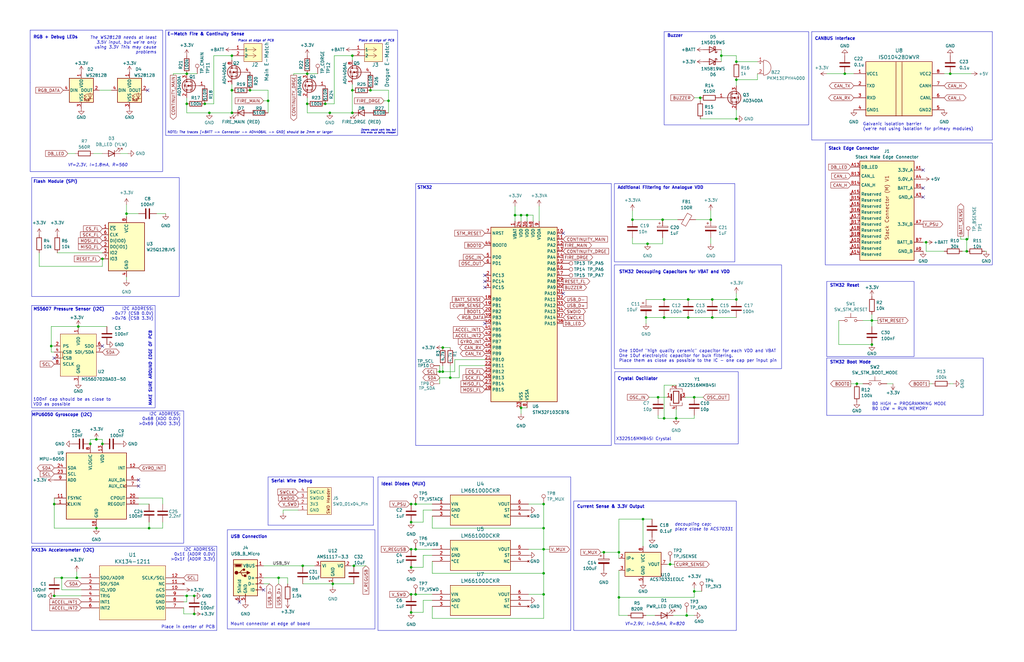
<source format=kicad_sch>
(kicad_sch (version 20230121) (generator eeschema)
  (paper "B")
  (title_block (title "QRET 23-24 SRAD Altimeter Module") (date "2024-03-18") (company "Queen's Rocket Engineering Team") (comment 1 "Contributors: Joshua Xiang, Kennan Bays") (comment 4 "GRID = 0.635mm"))
  (junction (at 400.685 31.115))
  (junction (at 40.64 185.42))
  (junction (at 280.035 126.365))
  (junction (at 148.59 47.625))
  (junction (at 173.355 239.395))
  (junction (at 173.355 231.775))
  (junction (at 117.475 243.84))
  (junction (at 40.64 222.885))
  (junction (at 310.515 26.035))
  (junction (at 310.515 50.165))
  (junction (at 43.18 187.325))
  (junction (at 217.17 90.805))
  (junction (at 113.03 42.545))
  (junction (at 43.18 109.22))
  (junction (at 356.235 31.115))
  (junction (at 137.16 43.815))
  (junction (at 53.34 90.17))
  (junction (at 304.165 23.495))
  (junction (at 271.145 219.075))
  (junction (at 367.665 135.255))
  (junction (at 282.575 238.125))
  (junction (at 407.67 106.045))
  (junction (at 407.67 100.965))
  (junction (at 139.065 47.625))
  (junction (at 310.515 33.655))
  (junction (at 81.915 259.08))
  (junction (at 62.865 222.885))
  (junction (at 86.36 43.815))
  (junction (at 229.235 212.725))
  (junction (at 97.79 47.625))
  (junction (at 229.235 241.935))
  (junction (at 219.71 90.805))
  (junction (at 390.525 102.235))
  (junction (at 175.26 250.825))
  (junction (at 140.335 246.38))
  (junction (at 367.665 145.415))
  (junction (at 260.985 233.045))
  (junction (at 22.86 212.725))
  (junction (at 148.59 23.495))
  (junction (at 21.59 146.05))
  (junction (at 97.79 38.1))
  (junction (at 254.635 233.045))
  (junction (at 148.59 38.1))
  (junction (at 78.74 43.815))
  (junction (at 285.115 176.53))
  (junction (at 219.71 172.085))
  (junction (at 279.4 92.71))
  (junction (at 186.69 156.845))
  (junction (at 289.56 259.715))
  (junction (at 277.495 167.64))
  (junction (at 229.235 231.775))
  (junction (at 290.195 133.985))
  (junction (at 38.1 187.325))
  (junction (at 149.225 238.76))
  (junction (at 129.54 31.115))
  (junction (at 280.035 133.985))
  (junction (at 156.21 38.1))
  (junction (at 186.69 146.685))
  (junction (at 229.235 222.885))
  (junction (at 266.7 92.71))
  (junction (at 97.79 23.495))
  (junction (at 173.355 212.725))
  (junction (at 229.235 250.825))
  (junction (at 88.265 47.625))
  (junction (at 280.035 176.53))
  (junction (at 33.02 137.795))
  (junction (at 299.72 92.71))
  (junction (at 175.26 212.725))
  (junction (at 81.915 251.46))
  (junction (at 26.035 243.84))
  (junction (at 105.41 38.1))
  (junction (at 260.985 252.095))
  (junction (at 189.865 159.385))
  (junction (at 292.735 167.64))
  (junction (at 78.74 31.115))
  (junction (at 295.275 41.275))
  (junction (at 127.635 238.76))
  (junction (at 292.735 249.555))
  (junction (at 78.74 251.46))
  (junction (at 129.54 43.815))
  (junction (at 222.25 90.805))
  (junction (at 300.355 126.365))
  (junction (at 22.86 251.46))
  (junction (at 310.515 126.365))
  (junction (at 273.05 102.87))
  (junction (at 290.195 126.365))
  (junction (at 272.415 133.985))
  (junction (at 163.83 42.545))
  (junction (at 361.315 161.925))
  (junction (at 300.355 133.985))
  (junction (at 185.42 156.845))
  (junction (at 173.355 250.825))
  (junction (at 32.385 243.84))
  (junction (at 173.355 220.345))
  (junction (at 175.26 231.775))
  (junction (at 173.355 258.445))
  (no_connect (at 204.47 118.745))
  (no_connect (at 389.255 79.375))
  (no_connect (at 58.42 205.105))
  (no_connect (at 237.49 98.425))
  (no_connect (at 389.255 83.185))
  (no_connect (at 100.965 254))
  (no_connect (at 22.86 151.13))
  (no_connect (at 389.255 71.755))
  (no_connect (at 204.47 136.525))
  (no_connect (at 204.47 121.285))
  (no_connect (at 204.47 116.205))
  (no_connect (at 62.23 38.1))
  (no_connect (at 111.125 248.92))
  (no_connect (at 43.18 146.05))
  (no_connect (at 58.42 202.565))
  (no_connect (at 237.49 123.825))
  (wire (pts (xy 408.305 99.695) (xy 408.305 100.965)))
  (wire (pts (xy 90.17 43.815) (xy 90.17 23.495)))
  (wire (pts (xy 280.035 176.53) (xy 285.115 176.53)))
  (wire (pts (xy 186.69 154.305) (xy 186.69 156.845)))
  (wire (pts (xy 279.4 92.71) (xy 285.75 92.71)))
  (wire (pts (xy 277.495 167.64) (xy 281.305 167.64)))
  (polyline (pts (xy 348.615 151.13) (xy 348.615 156.21)))
  (wire (pts (xy 367.665 135.255) (xy 367.665 137.795)))
  (wire (pts (xy 73.025 31.75) (xy 73.025 31.115)))
  (wire (pts (xy 390.525 106.045) (xy 390.525 102.235)))
  (wire (pts (xy 292.735 176.53) (xy 285.115 176.53)))
  (wire (pts (xy 53.34 90.17) (xy 53.34 91.44)))
  (wire (pts (xy 229.235 212.725) (xy 229.235 222.885)))
  (polyline (pts (xy 12.7 34.925) (xy 12.7 34.925)))
  (wire (pts (xy 173.355 231.775) (xy 175.26 231.775)))
  (wire (pts (xy 222.885 231.775) (xy 229.235 231.775)))
  (wire (pts (xy 358.775 161.925) (xy 361.315 161.925)))
  (wire (pts (xy 191.77 151.765) (xy 191.77 156.845)))
  (wire (pts (xy 111.125 243.84) (xy 117.475 243.84)))
  (wire (pts (xy 58.42 212.725) (xy 62.865 212.725)))
  (wire (pts (xy 78.74 43.815) (xy 78.74 47.625)))
  (wire (pts (xy 260.985 259.715) (xy 264.795 259.715)))
  (wire (pts (xy 389.255 102.235) (xy 390.525 102.235)))
  (polyline (pts (xy 418.465 13.335) (xy 418.465 59.055)))
  (wire (pts (xy 81.915 259.08) (xy 77.47 259.08)))
  (wire (pts (xy 172.72 212.725) (xy 173.355 212.725)))
  (wire (pts (xy 319.405 33.655) (xy 319.405 31.115)))
  (wire (pts (xy 272.415 126.365) (xy 280.035 126.365)))
  (wire (pts (xy 53.34 116.84) (xy 53.34 118.11)))
  (wire (pts (xy 281.305 238.125) (xy 282.575 238.125)))
  (wire (pts (xy 129.54 31.115) (xy 133.985 31.115)))
  (wire (pts (xy 113.03 38.1) (xy 113.03 42.545)))
  (wire (pts (xy 127.635 238.76) (xy 132.715 238.76)))
  (wire (pts (xy 175.26 212.725) (xy 182.245 212.725)))
  (wire (pts (xy 189.865 159.385) (xy 193.675 159.385)))
  (wire (pts (xy 219.71 172.085) (xy 219.71 174.625)))
  (wire (pts (xy 78.74 47.625) (xy 88.265 47.625)))
  (wire (pts (xy 182.245 234.315) (xy 178.435 234.315)))
  (wire (pts (xy 127.635 246.38) (xy 140.335 246.38)))
  (wire (pts (xy 38.1 185.42) (xy 38.1 187.325)))
  (wire (pts (xy 97.79 23.495) (xy 97.79 25.4)))
  (wire (pts (xy 182.245 241.935) (xy 229.235 241.935)))
  (wire (pts (xy 272.415 133.985) (xy 280.035 133.985)))
  (wire (pts (xy 289.56 258.445) (xy 289.56 259.715)))
  (wire (pts (xy 78.74 251.46) (xy 78.74 254)))
  (wire (pts (xy 300.355 126.365) (xy 310.515 126.365)))
  (wire (pts (xy 398.145 106.045) (xy 390.525 106.045)))
  (wire (pts (xy 140.97 23.495) (xy 148.59 23.495)))
  (wire (pts (xy 184.15 156.845) (xy 185.42 156.845)))
  (wire (pts (xy 182.245 253.365) (xy 178.435 253.365)))
  (wire (pts (xy 285.115 176.53) (xy 285.115 172.72)))
  (wire (pts (xy 277.495 176.53) (xy 277.495 175.26)))
  (wire (pts (xy 32.385 243.84) (xy 34.29 243.84)))
  (wire (pts (xy 39.37 64.77) (xy 43.18 64.77)))
  (wire (pts (xy 154.305 238.76) (xy 149.225 238.76)))
  (wire (pts (xy 367.665 135.255) (xy 370.205 135.255)))
  (wire (pts (xy 283.845 259.715) (xy 289.56 259.715)))
  (wire (pts (xy 163.83 47.625) (xy 163.83 42.545)))
  (wire (pts (xy 172.72 250.825) (xy 173.355 250.825)))
  (wire (pts (xy 156.21 38.1) (xy 163.83 38.1)))
  (wire (pts (xy 408.305 100.965) (xy 407.67 100.965)))
  (wire (pts (xy 217.17 90.805) (xy 217.17 93.345)))
  (wire (pts (xy 260.985 233.045) (xy 260.985 235.585)))
  (wire (pts (xy 77.47 251.46) (xy 78.74 251.46)))
  (wire (pts (xy 78.74 41.275) (xy 78.74 43.815)))
  (wire (pts (xy 292.735 249.555) (xy 295.91 249.555)))
  (polyline (pts (xy 157.48 221.615) (xy 113.03 221.615)))
  (wire (pts (xy 227.33 86.995) (xy 227.33 93.345)))
  (wire (pts (xy 353.695 145.415) (xy 367.665 145.415)))
  (wire (pts (xy 78.74 251.46) (xy 81.915 251.46)))
  (wire (pts (xy 229.235 241.935) (xy 229.235 250.825)))
  (wire (pts (xy 186.69 146.685) (xy 189.865 146.685)))
  (wire (pts (xy 129.54 41.275) (xy 129.54 43.815)))
  (wire (pts (xy 280.035 162.56) (xy 280.035 176.53)))
  (wire (pts (xy 310.515 123.825) (xy 310.515 126.365)))
  (wire (pts (xy 292.735 252.095) (xy 260.985 252.095)))
  (wire (pts (xy 33.02 137.795) (xy 33.02 138.43)))
  (wire (pts (xy 272.415 133.985) (xy 272.415 136.525)))
  (wire (pts (xy 356.235 31.115) (xy 360.045 31.115)))
  (wire (pts (xy 182.245 222.885) (xy 229.235 222.885)))
  (wire (pts (xy 175.26 231.775) (xy 182.245 231.775)))
  (wire (pts (xy 148.59 35.56) (xy 148.59 38.1)))
  (wire (pts (xy 119.38 215.265) (xy 119.38 216.535)))
  (wire (pts (xy 58.42 210.185) (xy 68.58 210.185)))
  (wire (pts (xy 140.97 43.815) (xy 140.97 23.495)))
  (wire (pts (xy 43.18 185.42) (xy 43.18 187.325)))
  (wire (pts (xy 28.575 64.77) (xy 31.75 64.77)))
  (wire (pts (xy 88.265 47.625) (xy 97.79 47.625)))
  (wire (pts (xy 22.86 210.185) (xy 22.86 212.725)))
  (wire (pts (xy 224.79 90.805) (xy 222.25 90.805)))
  (wire (pts (xy 295.275 50.165) (xy 310.515 50.165)))
  (wire (pts (xy 222.885 212.725) (xy 229.235 212.725)))
  (polyline (pts (xy 157.48 201.295) (xy 157.48 221.615)))
  (wire (pts (xy 97.79 38.1) (xy 97.79 47.625)))
  (wire (pts (xy 68.58 210.185) (xy 68.58 212.725)))
  (wire (pts (xy 299.72 100.33) (xy 299.72 102.87)))
  (wire (pts (xy 175.26 250.825) (xy 182.245 250.825)))
  (wire (pts (xy 66.04 90.17) (xy 69.85 90.17)))
  (wire (pts (xy 178.435 239.395) (xy 173.355 239.395)))
  (wire (pts (xy 43.18 112.395) (xy 43.18 109.22)))
  (polyline (pts (xy 159.385 201.295) (xy 240.665 201.295)))
  (wire (pts (xy 260.985 240.665) (xy 260.985 252.095)))
  (wire (pts (xy 172.72 231.775) (xy 173.355 231.775)))
  (polyline (pts (xy 348.615 175.26) (xy 414.655 175.26)))
  (wire (pts (xy 111.125 238.76) (xy 127.635 238.76)))
  (wire (pts (xy 260.985 252.095) (xy 260.985 259.715)))
  (wire (pts (xy 111.125 246.38) (xy 113.665 246.38)))
  (wire (pts (xy 129.54 43.815) (xy 129.54 47.625)))
  (wire (pts (xy 40.64 185.42) (xy 38.1 185.42)))
  (polyline (pts (xy 240.665 266.065) (xy 240.665 201.295)))
  (wire (pts (xy 229.235 222.885) (xy 229.235 231.775)))
  (wire (pts (xy 185.42 159.385) (xy 189.865 159.385)))
  (wire (pts (xy 41.91 38.1) (xy 46.99 38.1)))
  (wire (pts (xy 140.335 246.38) (xy 140.335 247.65)))
  (wire (pts (xy 400.685 161.925) (xy 401.955 161.925)))
  (wire (pts (xy 353.695 135.255) (xy 353.695 145.415)))
  (wire (pts (xy 182.245 215.265) (xy 178.435 215.265)))
  (wire (pts (xy 204.47 151.765) (xy 191.77 151.765)))
  (wire (pts (xy 77.47 254) (xy 78.74 254)))
  (polyline (pts (xy 113.03 201.295) (xy 157.48 201.295)))
  (wire (pts (xy 374.015 161.925) (xy 376.555 161.925)))
  (polyline (pts (xy 348.615 156.21) (xy 348.615 175.26)))
  (wire (pts (xy 271.145 219.075) (xy 271.145 230.505)))
  (wire (pts (xy 299.72 88.9) (xy 299.72 92.71)))
  (wire (pts (xy 185.42 159.385) (xy 185.42 161.925)))
  (wire (pts (xy 149.225 238.76) (xy 147.955 238.76)))
  (wire (pts (xy 272.415 259.715) (xy 276.225 259.715)))
  (wire (pts (xy 415.29 106.045) (xy 415.925 106.045)))
  (wire (pts (xy 123.825 31.75) (xy 123.825 31.115)))
  (wire (pts (xy 22.86 243.84) (xy 26.035 243.84)))
  (wire (pts (xy 407.67 100.965) (xy 405.13 100.965)))
  (wire (pts (xy 310.515 23.495) (xy 310.515 26.035)))
  (wire (pts (xy 186.69 156.845) (xy 191.77 156.845)))
  (wire (pts (xy 222.25 90.805) (xy 222.25 93.345)))
  (wire (pts (xy 391.795 161.925) (xy 393.065 161.925)))
  (wire (pts (xy 182.245 260.985) (xy 229.235 260.985)))
  (wire (pts (xy 229.235 250.825) (xy 229.235 260.985)))
  (wire (pts (xy 222.885 250.825) (xy 229.235 250.825)))
  (polyline (pts (xy 418.465 59.055) (xy 342.265 59.055)))
  (wire (pts (xy 53.34 90.17) (xy 58.42 90.17)))
  (wire (pts (xy 16.51 106.68) (xy 16.51 112.395)))
  (wire (pts (xy 293.37 92.71) (xy 299.72 92.71)))
  (wire (pts (xy 119.38 215.265) (xy 125.73 215.265)))
  (wire (pts (xy 140.335 246.38) (xy 149.225 246.38)))
  (wire (pts (xy 295.275 41.275) (xy 295.275 42.545)))
  (wire (pts (xy 310.515 46.355) (xy 310.515 50.165)))
  (wire (pts (xy 178.435 234.315) (xy 178.435 239.395)))
  (wire (pts (xy 26.035 243.84) (xy 32.385 243.84)))
  (wire (pts (xy 90.17 23.495) (xy 97.79 23.495)))
  (wire (pts (xy 173.355 212.725) (xy 175.26 212.725)))
  (polyline (pts (xy 342.265 13.335) (xy 418.465 13.335)))
  (wire (pts (xy 266.7 88.9) (xy 266.7 92.71)))
  (wire (pts (xy 285.115 162.56) (xy 280.035 162.56)))
  (wire (pts (xy 266.7 102.87) (xy 273.05 102.87)))
  (wire (pts (xy 367.665 132.715) (xy 367.665 135.255)))
  (wire (pts (xy 282.575 236.855) (xy 282.575 238.125)))
  (wire (pts (xy 40.64 222.885) (xy 62.865 222.885)))
  (wire (pts (xy 34.29 248.92) (xy 26.035 248.92)))
  (wire (pts (xy 121.285 243.84) (xy 117.475 243.84)))
  (wire (pts (xy 40.64 185.42) (xy 43.18 185.42)))
  (wire (pts (xy 33.02 137.795) (xy 45.085 137.795)))
  (wire (pts (xy 229.235 231.775) (xy 229.235 241.935)))
  (wire (pts (xy 229.235 231.775) (xy 231.775 231.775)))
  (wire (pts (xy 178.435 258.445) (xy 173.355 258.445)))
  (wire (pts (xy 26.035 248.92) (xy 26.035 243.84)))
  (wire (pts (xy 117.475 243.84) (xy 117.475 246.38)))
  (wire (pts (xy 178.435 215.265) (xy 178.435 220.345)))
  (wire (pts (xy 53.34 86.36) (xy 53.34 90.17)))
  (wire (pts (xy 22.86 212.725) (xy 22.86 222.885)))
  (wire (pts (xy 24.13 106.68) (xy 43.18 106.68)))
  (wire (pts (xy 277.495 167.64) (xy 273.685 167.64)))
  (wire (pts (xy 405.13 100.965) (xy 405.13 99.695)))
  (wire (pts (xy 50.8 64.77) (xy 53.975 64.77)))
  (wire (pts (xy 123.825 31.115) (xy 129.54 31.115)))
  (wire (pts (xy 113.03 42.545) (xy 111.125 42.545)))
  (wire (pts (xy 292.735 167.64) (xy 296.545 167.64)))
  (polyline (pts (xy 414.655 151.13) (xy 348.615 151.13)))
  (wire (pts (xy 222.25 90.805) (xy 219.71 90.805)))
  (wire (pts (xy 173.355 250.825) (xy 175.26 250.825)))
  (wire (pts (xy 121.285 246.38) (xy 121.285 243.84)))
  (wire (pts (xy 217.17 86.995) (xy 217.17 90.805)))
  (wire (pts (xy 361.315 161.925) (xy 363.855 161.925)))
  (wire (pts (xy 21.59 146.05) (xy 22.86 146.05)))
  (wire (pts (xy 288.925 167.64) (xy 292.735 167.64)))
  (wire (pts (xy 148.59 23.495) (xy 148.59 25.4)))
  (wire (pts (xy 292.735 248.285) (xy 292.735 249.555)))
  (wire (pts (xy 292.735 41.275) (xy 295.275 41.275)))
  (polyline (pts (xy 342.265 13.335) (xy 342.265 59.055)))
  (wire (pts (xy 219.71 90.805) (xy 219.71 93.345)))
  (wire (pts (xy 400.685 31.115) (xy 409.575 31.115)))
  (wire (pts (xy 407.67 106.045) (xy 407.67 100.965)))
  (wire (pts (xy 310.515 33.655) (xy 319.405 33.655)))
  (wire (pts (xy 185.42 154.305) (xy 185.42 156.845)))
  (wire (pts (xy 290.195 126.365) (xy 300.355 126.365)))
  (wire (pts (xy 254.635 233.045) (xy 260.985 233.045)))
  (wire (pts (xy 178.435 253.365) (xy 178.435 258.445)))
  (wire (pts (xy 289.56 259.715) (xy 292.735 259.715)))
  (polyline (pts (xy 414.655 175.26) (xy 414.655 151.13)))
  (wire (pts (xy 189.865 154.305) (xy 189.865 159.385)))
  (wire (pts (xy 73.025 31.115) (xy 78.74 31.115)))
  (wire (pts (xy 22.86 148.59) (xy 21.59 148.59)))
  (wire (pts (xy 224.79 93.345) (xy 224.79 90.805)))
  (wire (pts (xy 219.71 90.805) (xy 217.17 90.805)))
  (wire (pts (xy 148.59 38.1) (xy 148.59 47.625)))
  (wire (pts (xy 266.7 92.71) (xy 279.4 92.71)))
  (wire (pts (xy 62.865 222.885) (xy 68.58 222.885)))
  (wire (pts (xy 266.7 100.33) (xy 266.7 102.87)))
  (wire (pts (xy 304.165 23.495) (xy 310.515 23.495)))
  (wire (pts (xy 21.59 148.59) (xy 21.59 146.05)))
  (wire (pts (xy 279.4 102.87) (xy 279.4 100.33)))
  (polyline (pts (xy 159.385 266.065) (xy 240.665 266.065)))
  (wire (pts (xy 182.245 241.935) (xy 182.245 236.855)))
  (wire (pts (xy 137.16 43.815) (xy 140.97 43.815)))
  (wire (pts (xy 300.355 133.985) (xy 310.515 133.985)))
  (wire (pts (xy 363.855 135.255) (xy 367.665 135.255)))
  (wire (pts (xy 182.245 217.805) (xy 182.245 222.885)))
  (wire (pts (xy 282.575 238.125) (xy 284.48 238.125)))
  (wire (pts (xy 280.035 176.53) (xy 277.495 176.53)))
  (wire (pts (xy 193.675 154.305) (xy 204.47 154.305)))
  (wire (pts (xy 219.71 172.085) (xy 222.25 172.085)))
  (wire (pts (xy 310.515 33.655) (xy 310.515 36.195)))
  (wire (pts (xy 16.51 112.395) (xy 43.18 112.395)))
  (wire (pts (xy 271.145 219.075) (xy 274.955 219.075)))
  (wire (pts (xy 178.435 220.345) (xy 173.355 220.345)))
  (wire (pts (xy 113.03 47.625) (xy 113.03 42.545)))
  (wire (pts (xy 182.245 260.985) (xy 182.245 255.905)))
  (wire (pts (xy 310.515 26.035) (xy 319.405 26.035)))
  (wire (pts (xy 260.985 219.075) (xy 260.985 233.045)))
  (wire (pts (xy 62.865 220.345) (xy 62.865 222.885)))
  (wire (pts (xy 253.365 233.045) (xy 254.635 233.045)))
  (wire (pts (xy 260.985 219.075) (xy 271.145 219.075)))
  (polyline (pts (xy 113.03 221.615) (xy 113.03 201.295)))
  (wire (pts (xy 32.385 241.3) (xy 32.385 243.84)))
  (wire (pts (xy 97.79 35.56) (xy 97.79 38.1)))
  (wire (pts (xy 21.59 146.05) (xy 21.59 137.795)))
  (wire (pts (xy 185.42 156.845) (xy 186.69 156.845)))
  (wire (pts (xy 290.195 133.985) (xy 300.355 133.985)))
  (wire (pts (xy 77.47 259.08) (xy 77.47 256.54)))
  (wire (pts (xy 22.86 222.885) (xy 40.64 222.885)))
  (polyline (pts (xy 159.385 201.295) (xy 159.385 266.065)))
  (wire (pts (xy 163.83 42.545) (xy 161.925 42.545)))
  (wire (pts (xy 68.58 220.345) (xy 68.58 222.885)))
  (wire (pts (xy 129.54 47.625) (xy 139.065 47.625)))
  (wire (pts (xy 292.735 249.555) (xy 292.735 252.095)))
  (wire (pts (xy 86.36 43.815) (xy 90.17 43.815)))
  (wire (pts (xy 163.83 38.1) (xy 163.83 42.545)))
  (wire (pts (xy 139.065 47.625) (xy 148.59 47.625)))
  (wire (pts (xy 105.41 38.1) (xy 113.03 38.1)))
  (wire (pts (xy 42.545 109.22) (xy 43.18 109.22)))
  (wire (pts (xy 21.59 137.795) (xy 33.02 137.795)))
  (wire (pts (xy 78.74 31.115) (xy 83.185 31.115)))
  (wire (pts (xy 22.86 251.46) (xy 34.29 251.46)))
  (wire (pts (xy 193.675 159.385) (xy 193.675 154.305)))
  (wire (pts (xy 304.165 20.955) (xy 304.165 23.495)))
  (wire (pts (xy 292.735 175.26) (xy 292.735 176.53)))
  (wire (pts (xy 398.145 31.115) (xy 400.685 31.115)))
  (wire (pts (xy 348.615 31.115) (xy 356.235 31.115)))
  (wire (pts (xy 405.765 106.045) (xy 407.67 106.045)))
  (wire (pts (xy 304.165 23.495) (xy 304.165 26.035)))
  (wire (pts (xy 280.035 126.365) (xy 290.195 126.365)))
  (wire (pts (xy 280.035 133.985) (xy 290.195 133.985)))
  (wire (pts (xy 273.05 102.87) (xy 279.4 102.87)))
  (rectangle (start 13.335 230.505) (end 91.44 266.065))
  (rectangle (start 95.885 223.52) (end 158.115 265.43))
  (rectangle (start 280.035 13.335) (end 340.995 52.705))
  (rectangle (start 69.85 12.7) (end 167.64 57.15))
  (rectangle (start 13.335 128.905) (end 65.405 172.085))
  (rectangle (start 13.335 173.355) (end 77.47 229.235))
  (rectangle (start 175.26 77.47) (end 257.81 187.96))
  (rectangle (start 259.08 77.47) (end 309.88 110.49))
  (rectangle (start 12.7 12.7) (end 68.58 72.39))
  (rectangle (start 13.335 74.93) (end 75.565 125.095))
  (rectangle (start 347.98 60.325) (end 418.465 111.76))
  (rectangle (start 348.615 118.745) (end 385.445 150.495))
  (rectangle (start 259.08 111.76) (end 329.565 155.575))
  (rectangle (start 241.935 211.455) (end 310.515 266.065))
  (rectangle (start 259.207 156.845) (end 311.277 187.325))
  (text "Serial Wire Debug" (at 114.3 203.835 0) (effects (font (size 1.27 1.27) (thickness 0.254) bold) (justify left bottom)))
  (text "Flash Module (SPI)" (at 13.97 77.47 0) (effects (font (size 1.27 1.27) bold) (justify left bottom)))
  (text "RGB + Debug LEDs" (at 13.97 16.51 0) (effects (font (size 1.27 1.27) (thickness 0.254) bold) (justify left bottom)))
  (text "Vf=2.3V, I=1.8mA, R=560" (at 28.575 70.485 0) (effects (font (size 1.27 1.27) italic) (justify left bottom)))
  (text "The WS2812B needs at least\n3.5V input, but we're only\nusing 3.3V This may cause\nproblems" (at 66.04 22.86 0) (effects (font (size 1.27 1.27) italic) (justify right bottom)))
  (text "Additional Filtering for Analogue VDD" (at 260.35 80.01 0) (effects (font (size 1.27 1.27) (thickness 0.254) bold) (justify left bottom)))
  (text "decoupling cap;\nplace close to ACS70331" (at 284.48 224.155 0) (effects (font (size 1.27 1.27) italic) (justify left bottom)))
  (text "Stack Edge Connector" (at 349.25 63.5 0) (effects (font (size 1.27 1.27) (thickness 0.254) bold) (justify left bottom)))
  (text "Buzzer" (at 281.305 15.875 0) (effects (font (size 1.27 1.27) bold) (justify left bottom)))
  (text "Place at edge of PCB" (at 151.13 17.78 0) (effects (font (size 0.9 0.9) italic) (justify left bottom)))
  (text "Ideal Diodes (MUX)" (at 160.655 205.105 0) (effects (font (size 1.27 1.27) (thickness 0.254) bold) (justify left bottom)))
  (text "Crystal Oscillator" (at 260.35 160.655 0) (effects (font (size 1.27 1.27) (thickness 0.254) bold) (justify left bottom)))
  (text "Place at edge of PCB" (at 100.33 17.78 0) (effects (font (size 0.9 0.9) italic) (justify left bottom)))
  (text "STM32" (at 175.895 80.01 0) (effects (font (size 1.27 1.27) (thickness 0.254) bold) (justify left bottom)))
  (text "I2C ADDRESS:\n0x1E (ADDR 0.0V)\n>0x1F (ADDR 3.3V)" (at 90.805 236.855 0) (effects (font (size 1.27 1.27)) (justify right bottom)))
  (text "B0 HIGH = PROGRAMMING MODE\nB0 LOW = RUN MEMORY" (at 367.665 173.355 0) (effects (font (size 1.27 1.27)) (justify left bottom)))
  (text "MS5607 Pressure Sensor (I2C)" (at 13.97 131.318 0) (effects (font (size 1.27 1.27) (thickness 0.254) bold) (justify left bottom)))
  (text "Place in center of PCB" (at 67.945 265.43 0) (effects (font (size 1.27 1.27)) (justify left bottom)))
  (text "Current Sense & 3.3V Output" (at 243.205 214.63 0) (effects (font (size 1.27 1.27) (thickness 0.254) bold) (justify left bottom)))
  (text "Mount connector at edge of board\n" (at 97.155 264.16 0) (effects (font (size 1.27 1.27)) (justify left bottom)))
  (text "\nX322516MMB4SI Crystal " (at 259.715 186.055 0) (effects (font (size 1.27 1.27)) (justify left bottom)))
  (text "Vf=2.9V, I=0.5mA, R=820" (at 263.525 264.16 0) (effects (font (size 1.27 1.27) italic) (justify left bottom)))
  (text "CANBUS Interface" (at 343.535 17.145 0) (effects (font (size 1.27 1.27) (thickness 0.254) bold) (justify left bottom)))
  (text "STM32 Decoupling Capacitors for VBAT and VDD" (at 260.985 115.57 0) (effects (font (size 1.27 1.27) (thickness 0.254) bold) (justify left bottom)))
  (text "I2C ADDRESS:\n0x68 (ADO 0.0V)\n>0x69 (ADO 3.3V)" (at 76.2 179.705 0) (effects (font (size 1.27 1.27)) (justify right bottom)))
  (text "STM32 Boot Mode" (at 349.885 153.67 0) (effects (font (size 1.27 1.27) (thickness 0.254) bold) (justify left bottom)))
  (text "KX134 Accelerometer (I2C)" (at 13.335 233.045 0) (effects (font (size 1.27 1.27) (thickness 0.254) bold) (justify left bottom)))
  (text "E-Match Fire & Continuity Sense" (at 70.485 15.24 0) (effects (font (size 1.27 1.27) bold) (justify left bottom)))
  (text "Galvanic isolation barrier\n(we're not using isolation for primary modules)" (at 363.855 55.245 0) (effects (font (size 1.27 1.27)) (justify left bottom)))
  (text "One 100nf \"high quality ceramic\" capacitor for each VDD and VBAT\nOne 10uf electrolytic capacitor for bulk filtering.\nPlace them as close as possible to the IC - one cap per input pin" (at 260.985 153.035 0) (effects (font (size 1.27 1.27)) (justify left bottom)))
  (text "NOTE: The traces [+BATT -> Connector -> AO4406AL -> GND] should be 2mm or larger" (at 70.485 56.515 0) (effects (font (size 1 1) italic) (justify left bottom)))
  (text "Zeners would work too, but\nthis ends up being cheaper" (at 167.005 56.515 0) (effects (font (size 0.7 0.7) italic) (justify right bottom)))
  (text "MAKE SURE AROUND EDGE OF PCB" (at 64.135 171.45 90) (effects (font (size 1.2 1.2) (thickness 0.24) bold italic) (justify left bottom)))
  (text "100nF cap should be as close to\nVDD as possible" (at 13.97 171.45 0) (effects (font (size 1.27 1.27)) (justify left bottom)))
  (text "I2C ADDRESS:\n0x77 (CSB 0.0V)\n>0x76 (CSB 3.3V)" (at 64.77 135.255 0) (effects (font (size 1.27 1.27)) (justify right bottom)))
  (text "STM32 Reset" (at 349.885 121.285 0) (effects (font (size 1.27 1.27) (thickness 0.254) bold) (justify left bottom)))
  (text "MPU6050 Gyroscope (I2C)" (at 13.335 175.895 0) (effects (font (size 1.27 1.27) (thickness 0.254) bold) (justify left bottom)))
  (text "USB Connection" (at 97.155 227.33 0) (effects (font (size 1.27 1.27) (thickness 0.254) bold) (justify left bottom)))
  (label "USB_5V" (at 114.935 238.76 0))
  (global_label "SWCLK" (shape input) (at 125.73 207.645 180) (property "Intersheetrefs" "${INTERSHEET_REFS}" (effects hide)))
  (global_label "V_SWD" (shape input) (at 172.72 250.825 180) (property "Intersheetrefs" "${INTERSHEET_REFS}" (effects hide)))
  (global_label "GYRO_INT" (shape input) (at 58.42 197.485 0) (property "Intersheetrefs" "${INTERSHEET_REFS}" (effects hide)))
  (global_label "RESET_FL" (shape output) (at 237.49 118.745 0) (property "Intersheetrefs" "${INTERSHEET_REFS}" (effects hide)))
  (global_label "SCL" (shape input) (at 22.86 153.67 180) (property "Intersheetrefs" "${INTERSHEET_REFS}" (effects hide)))
  (global_label "SCL" (shape input) (at 77.47 243.84 0) (property "Intersheetrefs" "${INTERSHEET_REFS}" (effects hide)))
  (global_label "MOSI_FL" (shape input) (at 204.47 164.465 180) (property "Intersheetrefs" "${INTERSHEET_REFS}" (effects hide)))
  (global_label "SDA" (shape bidirectional) (at 34.29 246.38 180) (property "Intersheetrefs" "${INTERSHEET_REFS}" (effects hide)))
  (global_label "SWCLK" (shape input) (at 237.49 133.985 0) (property "Intersheetrefs" "${INTERSHEET_REFS}" (effects hide)))
  (global_label "CS_FL" (shape input) (at 43.18 96.52 180) (property "Intersheetrefs" "${INTERSHEET_REFS}" (effects hide)))
  (global_label "MISO_FL" (shape input) (at 204.47 161.925 180) (property "Intersheetrefs" "${INTERSHEET_REFS}" (effects hide)))
  (global_label "BUZZER" (shape input) (at 292.735 41.275 180) (property "Intersheetrefs" "${INTERSHEET_REFS}" (effects hide)))
  (global_label "FIRE_DRGE" (shape input) (at 161.925 42.545 180) (property "Intersheetrefs" "${INTERSHEET_REFS}" (effects hide)))
  (global_label "CONTINUITY_DRGE" (shape input) (at 237.49 106.045 0) (property "Intersheetrefs" "${INTERSHEET_REFS}" (effects hide)))
  (global_label "V_MUX" (shape input) (at 253.365 233.045 180) (property "Intersheetrefs" "${INTERSHEET_REFS}" (effects hide)))
  (global_label "CONTINUITY_DRGE" (shape output) (at 123.825 31.75 270) (property "Intersheetrefs" "${INTERSHEET_REFS}" (effects hide)))
  (global_label "GYRO_INT" (shape input) (at 204.47 144.145 180) (property "Intersheetrefs" "${INTERSHEET_REFS}" (effects hide)))
  (global_label "DB_LED" (shape input) (at 358.775 70.485 180) (property "Intersheetrefs" "${INTERSHEET_REFS}" (effects hide)))
  (global_label "CAN_L" (shape bidirectional) (at 398.145 41.275 0) (property "Intersheetrefs" "${INTERSHEET_REFS}" (effects hide)))
  (global_label "FIRE_DRGE" (shape output) (at 237.49 108.585 0) (property "Intersheetrefs" "${INTERSHEET_REFS}" (effects hide)))
  (global_label "STM_RESET" (shape input) (at 204.47 98.425 180) (property "Intersheetrefs" "${INTERSHEET_REFS}" (effects hide)))
  (global_label "V_MUX" (shape output) (at 231.775 231.775 0) (property "Intersheetrefs" "${INTERSHEET_REFS}" (effects hide)))
  (global_label "SCK_FL" (shape input) (at 43.18 99.06 180) (property "Intersheetrefs" "${INTERSHEET_REFS}" (effects hide)))
  (global_label "ACCEL_INT1" (shape input) (at 34.29 254 180) (property "Intersheetrefs" "${INTERSHEET_REFS}" (effects hide)))
  (global_label "SCL" (shape output) (at 184.15 156.845 180) (property "Intersheetrefs" "${INTERSHEET_REFS}" (effects hide)))
  (global_label "BOOT0" (shape output) (at 358.775 161.925 180) (property "Intersheetrefs" "${INTERSHEET_REFS}" (effects hide)))
  (global_label "OSC_IN" (shape input) (at 273.685 167.64 180) (property "Intersheetrefs" "${INTERSHEET_REFS}" (effects hide)))
  (global_label "V_SWD" (shape output) (at 125.73 212.725 180) (property "Intersheetrefs" "${INTERSHEET_REFS}" (effects hide)))
  (global_label "USB_D-" (shape input) (at 237.49 126.365 0) (property "Intersheetrefs" "${INTERSHEET_REFS}" (effects hide)))
  (global_label "V_PSU" (shape input) (at 172.72 212.725 180) (property "Intersheetrefs" "${INTERSHEET_REFS}" (effects hide)))
  (global_label "FIRE_MAIN" (shape input) (at 111.125 42.545 180) (property "Intersheetrefs" "${INTERSHEET_REFS}" (effects hide)))
  (global_label "BOOT0" (shape input) (at 204.47 103.505 180) (property "Intersheetrefs" "${INTERSHEET_REFS}" (effects hide)))
  (global_label "FIRE_MAIN" (shape output) (at 237.49 103.505 0) (property "Intersheetrefs" "${INTERSHEET_REFS}" (effects hide)))
  (global_label "V_PSU" (shape output) (at 389.255 94.615 0) (property "Intersheetrefs" "${INTERSHEET_REFS}" (effects hide)))
  (global_label "CAN_TX" (shape bidirectional) (at 360.045 36.195 180) (property "Intersheetrefs" "${INTERSHEET_REFS}" (effects hide)))
  (global_label "ACCEL_INT1" (shape input) (at 204.47 139.065 180) (property "Intersheetrefs" "${INTERSHEET_REFS}" (effects hide)))
  (global_label "USB_D+" (shape input) (at 117.475 246.38 270) (property "Intersheetrefs" "${INTERSHEET_REFS}" (effects hide)))
  (global_label "V_REGUSB" (shape input) (at 172.72 231.775 180) (property "Intersheetrefs" "${INTERSHEET_REFS}" (effects hide)))
  (global_label "CAN_H" (shape bidirectional) (at 398.145 36.195 0) (property "Intersheetrefs" "${INTERSHEET_REFS}" (effects hide)))
  (global_label "CAN_H" (shape input) (at 358.775 78.105 180) (property "Intersheetrefs" "${INTERSHEET_REFS}" (effects hide)))
  (global_label "BOOT1" (shape input) (at 204.47 131.445 180) (property "Intersheetrefs" "${INTERSHEET_REFS}" (effects hide)))
  (global_label "ACCEL_INT2" (shape input) (at 204.47 141.605 180) (property "Intersheetrefs" "${INTERSHEET_REFS}" (effects hide)))
  (global_label "SDA" (shape bidirectional) (at 185.42 159.385 180) (property "Intersheetrefs" "${INTERSHEET_REFS}" (effects hide)))
  (global_label "DB_LED" (shape output) (at 237.49 136.525 0) (property "Intersheetrefs" "${INTERSHEET_REFS}" (effects hide)))
  (global_label "BOOT1" (shape output) (at 391.795 161.925 180) (property "Intersheetrefs" "${INTERSHEET_REFS}" (effects hide)))
  (global_label "OSC_OUT" (shape input) (at 296.545 167.64 0) (property "Intersheetrefs" "${INTERSHEET_REFS}" (effects hide)))
  (global_label "CONTINUITY_MAIN" (shape output) (at 73.025 31.75 270) (property "Intersheetrefs" "${INTERSHEET_REFS}" (effects hide)))
  (global_label "CURR_SENSE" (shape output) (at 284.48 238.125 0) (property "Intersheetrefs" "${INTERSHEET_REFS}" (effects hide)))
  (global_label "BATT_SENSE" (shape output) (at 405.13 99.695 90) (property "Intersheetrefs" "${INTERSHEET_REFS}" (effects hide)))
  (global_label "CS_FL" (shape input) (at 204.47 156.845 180) (property "Intersheetrefs" "${INTERSHEET_REFS}" (effects hide)))
  (global_label "MISO_FL" (shape input) (at 43.18 104.14 180) (property "Intersheetrefs" "${INTERSHEET_REFS}" (effects hide)))
  (global_label "SWDIO" (shape input) (at 125.73 210.185 180) (property "Intersheetrefs" "${INTERSHEET_REFS}" (effects hide)))
  (global_label "USB_D-" (shape input) (at 113.665 246.38 270) (property "Intersheetrefs" "${INTERSHEET_REFS}" (effects hide)))
  (global_label "CURR_SENSE" (shape input) (at 204.47 128.905 180) (property "Intersheetrefs" "${INTERSHEET_REFS}" (effects hide)))
  (global_label "SWDIO" (shape bidirectional) (at 237.49 131.445 0) (property "Intersheetrefs" "${INTERSHEET_REFS}" (effects hide)))
  (global_label "CAN_TX" (shape bidirectional) (at 204.47 149.225 180) (property "Intersheetrefs" "${INTERSHEET_REFS}" (effects hide)))
  (global_label "CAN_L" (shape input) (at 358.775 74.295 180) (property "Intersheetrefs" "${INTERSHEET_REFS}" (effects hide)))
  (global_label "RGB_DATA" (shape output) (at 204.47 133.985 180) (property "Intersheetrefs" "${INTERSHEET_REFS}" (effects hide)))
  (global_label "OSC_IN" (shape input) (at 204.47 108.585 180) (property "Intersheetrefs" "${INTERSHEET_REFS}" (effects hide)))
  (global_label "SCK_FL" (shape input) (at 204.47 159.385 180) (property "Intersheetrefs" "${INTERSHEET_REFS}" (effects hide)))
  (global_label "SCL" (shape input) (at 22.86 200.025 180) (property "Intersheetrefs" "${INTERSHEET_REFS}" (effects hide)))
  (global_label "CAN_RX" (shape bidirectional) (at 204.47 146.685 180) (property "Intersheetrefs" "${INTERSHEET_REFS}" (effects hide)))
  (global_label "OSC_OUT" (shape input) (at 204.47 111.125 180) (property "Intersheetrefs" "${INTERSHEET_REFS}" (effects hide)))
  (global_label "CAN_RX" (shape bidirectional) (at 360.045 41.275 180) (property "Intersheetrefs" "${INTERSHEET_REFS}" (effects hide)))
  (global_label "ACCEL_INT2" (shape input) (at 34.29 256.54 180) (property "Intersheetrefs" "${INTERSHEET_REFS}" (effects hide)))
  (global_label "RESET_FL" (shape input) (at 42.545 109.22 180) (property "Intersheetrefs" "${INTERSHEET_REFS}" (effects hide)))
  (global_label "USB_D+" (shape input) (at 237.49 128.905 0) (property "Intersheetrefs" "${INTERSHEET_REFS}" (effects hide)))
  (global_label "CONTINUITY_MAIN" (shape input) (at 237.49 100.965 0) (property "Intersheetrefs" "${INTERSHEET_REFS}" (effects hide)))
  (global_label "DB_LED" (shape input) (at 28.575 64.77 180) (property "Intersheetrefs" "${INTERSHEET_REFS}" (effects hide)))
  (global_label "SDA" (shape bidirectional) (at 43.18 148.59 0) (property "Intersheetrefs" "${INTERSHEET_REFS}" (effects hide)))
  (global_label "BUZZER" (shape output) (at 237.49 121.285 0) (property "Intersheetrefs" "${INTERSHEET_REFS}" (effects hide)))
  (global_label "V_REGUSB" (shape input) (at 154.305 238.76 270) (property "Intersheetrefs" "${INTERSHEET_REFS}" (effects hide)))
  (global_label "STM_RESET" (shape output) (at 370.205 135.255 0) (property "Intersheetrefs" "${INTERSHEET_REFS}" (effects hide)))
  (global_label "RGB_DATA" (shape input) (at 26.67 38.1 180) (property "Intersheetrefs" "${INTERSHEET_REFS}" (effects hide)))
  (global_label "SDA" (shape bidirectional) (at 22.86 197.485 180) (property "Intersheetrefs" "${INTERSHEET_REFS}" (effects hide)))
  (global_label "MOSI_FL" (shape input) (at 43.18 101.6 180) (property "Intersheetrefs" "${INTERSHEET_REFS}" (effects hide)))
  (global_label "BATT_SENSE" (shape input) (at 204.47 126.365 180) (property "Intersheetrefs" "${INTERSHEET_REFS}" (effects hide)))
  (symbol (lib_id "power:+3.3V") (at 121.285 254 180) (unit 1)
    (property "Reference" "#PWR066" (effects hide))
    (property "Value" "+3.3V" (at 121.285 258.1331 0))
  )
  (symbol (lib_id "Device:R") (at 156.21 34.29 180) (unit 1)
    (property "Reference" "R26" (at 158.75 36.195 90) (effects (justify right)))
    (property "Value" "510R" (at 156.21 36.83 90) (effects (justify right)))
    (property "Footprint" "Resistor_SMD:R_0603_1608Metric" (effects hide))
    (property "LCSC" "C23193" (effects hide))
  )
  (symbol (lib_id "power:+3.3V") (at 22.86 202.565 90) (unit 1)
    (property "Reference" "#PWR043" (effects hide))
    (property "Value" "+3.3V" (at 19.685 202.565 90) (effects (justify left)))
  )
  (symbol (lib_id "power:+3.3V") (at 296.545 26.035 90) (unit 1)
    (property "Reference" "#PWR063" (effects hide))
    (property "Value" "+3.3V" (at 293.37 26.035 90) (effects (justify left)))
  )
  (symbol (lib_id "Device:R") (at 295.275 46.355 180) (unit 1)
    (property "Reference" "R15" (at 297.053 45.1429 0) (effects (justify right)))
    (property "Value" "10k" (at 297.053 47.5671 0) (effects (justify right)))
    (property "Footprint" "Resistor_SMD:R_0603_1608Metric" (effects hide))
    (property "LCSC" "C25804" (effects hide))
  )
  (symbol (lib_id "power:GND") (at 401.955 161.925 90) (unit 1)
    (property "Reference" "#PWR062" (effects hide))
    (property "Value" "GND" (at 405.765 161.925 0))
  )
  (symbol (lib_id "Diode:1N5819WS") (at 300.355 26.035 0) (mirror y) (unit 1)
    (property "Reference" "D6" (at 300.6725 31.4493 0))
    (property "Value" "1N5819WS" (at 300.6725 29.0251 0))
    (property "Footprint" "Diode_SMD:D_SOD-323" (effects hide))
    (property "Datasheet" "https://datasheet.lcsc.com/lcsc/2204281430_Guangdong-Hottech-1N5819WS_C191023.pdf" (effects hide))
    (property "LCSC" "C191023" (effects hide))
  )
  (symbol (lib_id "Device:C_Polarized") (at 254.635 236.855 0) (unit 1)
    (property "Reference" "C14" (at 247.65 237.49 0) (effects (justify left)))
    (property "Value" "100uF" (at 245.745 239.9142 0) (effects (justify left)))
    (property "Footprint" "Capacitor_SMD:CP_Elec_6.3x5.9" (effects hide))
    (property "Datasheet" "https://www.we-online.com/components/products/datasheet/865080343009.pdf" (effects hide))
    (property "Digikey" "732-8419-1-ND" (effects hide))
  )
  (symbol (lib_id "power:+3.3V") (at 310.515 123.825 0) (mirror y) (unit 1)
    (property "Reference" "#PWR017" (effects hide))
    (property "Value" "+3.3V" (at 310.515 119.38 0))
  )
  (symbol (lib_id "Device:C") (at 356.235 27.305 0) (unit 1)
    (property "Reference" "C22" (at 360.045 24.765 0) (effects (justify left)))
    (property "Value" "0.1u" (at 360.045 27.305 0) (effects (justify left)))
    (property "Footprint" "Capacitor_SMD:C_0603_1608Metric" (effects hide))
    (property "LCSC" "C14663" (effects hide))
  )
  (symbol (lib_id "power:GND") (at 40.64 222.885 0) (unit 1)
    (property "Reference" "#PWR071" (effects hide))
    (property "Value" "GND" (at 40.64 227.711 0))
  )
  (symbol (lib_id "Device:C_Polarized") (at 279.4 96.52 0) (unit 1)
    (property "Reference" "C20" (at 282.575 96.0008 0) (effects (justify left)))
    (property "Value" "1uF" (at 282.575 98.425 0) (effects (justify left)))
    (property "Footprint" "Capacitor_SMD:C_0805_2012Metric" (effects hide))
    (property "LCSC" "C28323" (effects hide))
  )
  (symbol (lib_id "Device:LED") (at 280.035 259.715 180) (unit 1)
    (property "Reference" "D1" (at 280.035 253.365 0))
    (property "Value" "PWR_LED (GRN)" (at 280.035 255.905 0))
    (property "Footprint" "LED_SMD:LED_0805_2012Metric" (effects hide))
    (property "LCSC" "C2297" (effects hide))
  )
  (symbol (lib_id "Device:C") (at 280.035 130.175 0) (unit 1)
    (property "Reference" "C12" (at 283.21 128.905 0) (effects (justify left)))
    (property "Value" "100n" (at 282.575 131.445 0) (effects (justify left)))
    (property "Footprint" "Capacitor_SMD:C_0402_1005Metric" (effects hide))
    (property "LCSC" "C1525" (effects hide))
  )
  (symbol (lib_id "Connector:TestPoint") (at 185.42 161.925 90) (unit 1)
    (property "Reference" "TP9" (at 180.975 161.925 90) (effects (justify left)))
    (property "Value" "TP_SDA" (at 183.515 163.83 90) (effects (justify left)))
    (property "Footprint" "TestPoint:TestPoint_Pad_1.5x1.5mm" (effects hide))
  )
  (symbol (lib_id "Device:C") (at 292.735 171.45 0) (unit 1)
    (property "Reference" "C10" (at 295.275 170.18 0) (effects (justify left)))
    (property "Value" "10p" (at 295.275 172.72 0) (effects (justify left)))
    (property "Footprint" "Capacitor_SMD:C_0603_1608Metric" (effects hide))
    (property "LCSC" "C1634" (effects hide))
  )
  (symbol (lib_id "Device:R") (at 105.41 34.29 180) (unit 1)
    (property "Reference" "R20" (at 107.95 36.195 90) (effects (justify right)))
    (property "Value" "510R" (at 105.41 36.83 90) (effects (justify right)))
    (property "Footprint" "Resistor_SMD:R_0603_1608Metric" (effects hide))
    (property "LCSC" "C23193" (effects hide))
  )
  (symbol (lib_id "Device:R") (at 16.51 102.87 180) (unit 1)
    (property "Reference" "R4" (at 18.288 101.6579 0) (effects (justify right)))
    (property "Value" "10k" (at 18.288 104.0821 0) (effects (justify right)))
    (property "Footprint" "Resistor_SMD:R_0603_1608Metric" (effects hide))
    (property "LCSC" "C25804" (effects hide))
  )
  (symbol (lib_id "Connector:TestPoint") (at 185.42 154.305 90) (unit 1)
    (property "Reference" "TP10" (at 180.975 154.305 90) (effects (justify left)))
    (property "Value" "TP_SCL" (at 182.88 152.4 90) (effects (justify left)))
    (property "Footprint" "TestPoint:TestPoint_Pad_1.5x1.5mm" (effects hide))
  )
  (symbol (lib_id "Device:C") (at 310.515 130.175 0) (unit 1)
    (property "Reference" "C17" (at 313.69 128.905 0) (effects (justify left)))
    (property "Value" "100n" (at 313.055 131.445 0) (effects (justify left)))
    (property "Footprint" "Capacitor_SMD:C_0402_1005Metric" (effects hide))
    (property "LCSC" "C1525" (effects hide))
  )
  (symbol (lib_id "Connector:TestPoint") (at 295.91 249.555 0) (unit 1)
    (property "Reference" "TP4" (at 297.307 245.0409 0) (effects (justify left)))
    (property "Value" "TP_3V3" (at 297.307 247.4651 0) (effects (justify left)))
    (property "Footprint" "TestPoint:TestPoint_Pad_1.5x1.5mm" (effects hide))
  )
  (symbol (lib_id "power:GND") (at 34.29 45.72 0) (unit 1)
    (property "Reference" "#PWR049" (effects hide))
    (property "Value" "GND" (at 34.29 49.53 0))
  )
  (symbol (lib_id "Device:R") (at 367.665 128.905 180) (unit 1)
    (property "Reference" "R2" (at 369.443 127.6929 0) (effects (justify right)))
    (property "Value" "10k" (at 369.443 130.1171 0) (effects (justify right)))
    (property "Footprint" "Resistor_SMD:R_0603_1608Metric" (effects hide))
    (property "LCSC" "C25804" (effects hide))
  )
  (symbol (lib_id "Switch:SW_Push") (at 358.775 135.255 0) (unit 1)
    (property "Reference" "SW1" (at 358.775 128.1897 0))
    (property "Value" "SW_STM_RESET" (at 358.775 130.6139 0))
    (property "Footprint" "Button_Switch_SMD:SW_Push_1P1T_XKB_TS-1187A" (effects hide))
    (property "Datasheet" "https://datasheet.lcsc.com/lcsc/2304140030_XKB-Connection-TS-1187A-B-A-B_C318884.pdf" (effects hide))
    (property "LCSC" "C318884" (effects hide))
  )
  (symbol (lib_id "power:+3.3V") (at 376.555 161.925 180) (unit 1)
    (property "Reference" "#PWR061" (effects hide))
    (property "Value" "+3.3V" (at 376.555 165.735 0))
  )
  (symbol (lib_id "Device:R") (at 82.55 43.815 90) (unit 1)
    (property "Reference" "R17" (at 84.455 41.275 90) (effects (justify left)))
    (property "Value" "100k" (at 85.09 43.815 90) (effects (justify left)))
    (property "Footprint" "Resistor_SMD:R_0603_1608Metric" (effects hide))
    (property "LCSC" "C25803" (effects hide))
  )
  (symbol (lib_id "Device:C") (at 400.685 27.305 0) (unit 1)
    (property "Reference" "C23" (at 404.495 26.035 0) (effects (justify left)))
    (property "Value" "0.1u" (at 404.495 28.575 0) (effects (justify left)))
    (property "Footprint" "Capacitor_SMD:C_0603_1608Metric" (effects hide))
    (property "LCSC" "C14663" (effects hide))
  )
  (symbol (lib_id "Device:C") (at 367.665 141.605 0) (unit 1)
    (property "Reference" "C30" (at 371.475 140.335 0) (effects (justify left)))
    (property "Value" "100nF" (at 371.475 142.875 0) (effects (justify left)))
    (property "Footprint" "Capacitor_SMD:C_0603_1608Metric" (effects hide))
    (property "LCSC" "C14663" (effects hide))
  )
  (symbol (lib_id "power:GND") (at 45.085 145.415 90) (unit 1)
    (property "Reference" "#PWR053" (effects hide))
    (property "Value" "GND" (at 48.26 145.415 90) (effects (justify right)))
  )
  (symbol (lib_id "Transistor_FET:IRF7403") (at 151.13 30.48 0) (mirror y) (unit 1)
    (property "Reference" "Q5" (at 151.765 26.67 0) (effects (justify left)))
    (property "Value" "AO4406AL" (at 145.415 35.56 90) (effects (justify left)))
    (property "Footprint" "Package_SO:SOIC-8_3.9x4.9mm_P1.27mm" (effects hide))
    (property "Datasheet" "https://datasheet.lcsc.com/lcsc/1809200014_Alpha---Omega-Semicon-AO4406AL_C35349.pdf" (effects hide))
    (property "LCSC" "C35349" (effects hide))
  )
  (symbol (lib_id "Transistor_FET:AO3400A") (at 132.08 36.195 0) (mirror y) (unit 1)
    (property "Reference" "Q4" (at 133.35 32.385 0) (effects (justify left)))
    (property "Value" "AO3400A" (at 126.365 40.64 90) (effects (justify left)))
    (property "Footprint" "Package_TO_SOT_SMD:SOT-23" (effects hide))
    (property "Datasheet" "http://www.aosmd.com/pdfs/datasheet/AO3400A.pdf" (effects hide))
    (property "LCSC" "C20917" (effects hide))
  )
  (symbol (lib_id "Device:C") (at 46.99 187.325 90) (unit 1)
    (property "Reference" "C9" (at 52.3875 181.9275 90) (effects (justify left)))
    (property "Value" "100nF" (at 52.3875 183.8325 90) (effects (justify left)))
    (property "Footprint" "Capacitor_SMD:C_0603_1608Metric" (effects hide))
    (property "LCSC" "C14663" (effects hide))
  )
  (symbol (lib_id "power:GND") (at 273.05 102.87 0) (unit 1)
    (property "Reference" "#PWR023" (effects hide))
    (property "Value" "GND" (at 273.05 107.95 0))
  )
  (symbol (lib_id "power:GND") (at 69.85 90.17 0) (unit 1)
    (property "Reference" "#PWR040" (effects hide))
    (property "Value" "GND" (at 69.85 95.25 0))
  )
  (symbol (lib_id "power:GND") (at 103.505 254 0) (unit 1)
    (property "Reference" "#PWR065" (effects hide))
    (property "Value" "GND" (at 103.505 259.08 0))
  )
  (symbol (lib_id "power:+BATT") (at 148.59 20.955 90) (unit 1)
    (property "Reference" "#PWR074" (effects hide))
    (property "Value" "+BATT" (at 145.415 20.955 90) (effects (justify left)))
  )
  (symbol (lib_id "Diode:1N5819WS") (at 300.355 20.955 180) (unit 1)
    (property "Reference" "D5" (at 300.6725 15.5407 0))
    (property "Value" "1N5819WS" (at 300.6725 17.9649 0))
    (property "Footprint" "Diode_SMD:D_SOD-323" (effects hide))
    (property "Datasheet" "https://datasheet.lcsc.com/lcsc/2204281430_Guangdong-Hottech-1N5819WS_C191023.pdf" (effects hide))
    (property "LCSC" "C191023" (effects hide))
  )
  (symbol (lib_id "Regulator_Linear:AMS1117-3.3") (at 140.335 238.76 0) (unit 1)
    (property "Reference" "U12" (at 140.335 232.41 0))
    (property "Value" "AMS1117-3.3" (at 140.335 234.95 0))
    (property "Footprint" "Package_TO_SOT_SMD:SOT-223-3_TabPin2" (effects hide))
    (property "Datasheet" "http://www.advanced-monolithic.com/pdf/ds1117.pdf" (effects hide))
    (property "LCSC" "C6186" (effects hide))
  )
  (symbol (lib_id "Device:Buzzer") (at 321.945 28.575 0) (unit 1)
    (property "Reference" "BZ2" (at 325.12 30.48 0) (effects (justify left)))
    (property "Value" "PKM13EPYH4000" (at 323.215 33.02 0) (effects (justify left)))
    (property "Footprint" "footprints:Buzzer_12.6x9.5RM5.0" (effects hide))
    (property "Digikey" "490-4698-1-ND" (effects hide))
  )
  (symbol (lib_id "power:+3.3V") (at 77.47 248.92 270) (unit 1)
    (property "Reference" "#PWR033" (effects hide))
    (property "Value" "+3.3V" (at 80.01 248.92 90) (effects (justify left)))
  )
  (symbol (lib_id "QRET_Buck_PSU-symbols:LM66100DCKR") (at 202.565 234.315 0) (unit 1)
    (property "Reference" "U5" (at 202.565 223.2713 0) (effects (font (size 1.524 1.524))))
    (property "Value" "LM66100DCKR" (at 202.565 226.1041 0) (effects (font (size 1.524 1.524))))
    (property "Footprint" "LMR66100:SC-70-6_Handsoldering" (effects hide))
    (property "Datasheet" "https://www.ti.com/general/docs/suppproductinfo.tsp?distId=10&gotoUrl=https%3A%2F%2Fwww.ti.com%2Flit%2Fgpn%2flm66100" (effects hide))
    (property "LCSC" "C2869734" (effects hide))
  )
  (symbol (lib_id "Connector:TestPoint") (at 237.49 113.665 270) (unit 1)
    (property "Reference" "TP14" (at 241.935 113.665 90) (effects (justify left)))
    (property "Value" "TP_PA6" (at 247.65 113.665 90) (effects (justify left)))
    (property "Footprint" "TestPoint:TestPoint_Pad_1.5x1.5mm" (effects hide))
  )
  (symbol (lib_id "Transistor_FET:AO3400A") (at 307.975 41.275 0) (unit 1)
    (property "Reference" "Q3" (at 313.182 40.0629 0) (effects (justify left)))
    (property "Value" "AO3400A" (at 313.182 42.4871 0) (effects (justify left)))
    (property "Footprint" "Package_TO_SOT_SMD:SOT-23" (effects hide))
    (property "Datasheet" "http://www.aosmd.com/pdfs/datasheet/AO3400A.pdf" (effects hide))
    (property "LCSC" "C20917" (effects hide))
  )
  (symbol (lib_id "Device:R") (at 109.22 47.625 270) (unit 1)
    (property "Reference" "R9" (at 109.22 45.72 90))
    (property "Value" "510R" (at 109.22 47.625 90))
    (property "Footprint" "Resistor_SMD:R_0603_1608Metric" (effects hide))
    (property "LCSC" "C23193" (effects hide))
  )
  (symbol (lib_id "power:GND") (at 400.685 23.495 180) (unit 1)
    (property "Reference" "#PWR031" (effects hide))
    (property "Value" "GND" (at 400.685 19.3619 0))
  )
  (symbol (lib_id "Device:LED") (at 152.4 47.625 0) (unit 1)
    (property "Reference" "D8" (at 152.4 45.72 0))
    (property "Value" "FIRE_DRGE (RED)" (at 152.4 51.435 0))
    (property "Footprint" "LED_SMD:LED_0603_1608Metric" (effects hide))
    (property "LCSC" "C2286" (effects hide))
  )
  (symbol (lib_id "power:GND") (at 254.635 240.665 0) (unit 1)
    (property "Reference" "#PWR022" (effects hide))
    (property "Value" "GND" (at 254.635 245.745 0))
  )
  (symbol (lib_id "Device:C") (at 266.7 96.52 0) (unit 1)
    (property "Reference" "C19" (at 269.875 95.25 0) (effects (justify left)))
    (property "Value" "10n" (at 269.24 97.79 0) (effects (justify left)))
    (property "Footprint" "Capacitor_SMD:C_0603_1608Metric" (effects hide))
    (property "LCSC" "C57112" (effects hide))
  )
  (symbol (lib_id "Device:C") (at 22.86 247.65 0) (mirror y) (unit 1)
    (property "Reference" "C1" (at 19.685 246.38 0) (effects (justify left)))
    (property "Value" "100nF" (at 19.685 248.92 0) (effects (justify left)))
    (property "Footprint" "Capacitor_SMD:C_0603_1608Metric" (effects hide))
    (property "LCSC" "C14663" (effects hide))
  )
  (symbol (lib_id "power:GND") (at 389.255 106.045 0) (unit 1)
    (property "Reference" "#PWR042" (effects hide))
    (property "Value" "GND" (at 389.255 110.1781 0))
  )
  (symbol (lib_id "power:+BATT") (at 97.79 20.955 90) (unit 1)
    (property "Reference" "#PWR045" (effects hide))
    (property "Value" "+BATT" (at 94.615 20.955 90) (effects (justify left)))
  )
  (symbol (lib_id "power:+BATT") (at 296.545 20.955 90) (unit 1)
    (property "Reference" "#PWR072" (effects hide))
    (property "Value" "+BATT" (at 293.37 20.955 90) (effects (justify left)))
  )
  (symbol (lib_id "power:+3.3V") (at 78.74 23.495 0) (unit 1)
    (property "Reference" "#PWR046" (effects hide))
    (property "Value" "+3.3V" (at 78.74 19.05 0))
  )
  (symbol (lib_id "power:+3.3V") (at 292.735 248.285 0) (unit 1)
    (property "Reference" "#PWR035" (effects hide))
    (property "Value" "+3.3V" (at 292.735 243.205 0))
  )
  (symbol (lib_id "power:GND") (at 219.71 174.625 0) (unit 1)
    (property "Reference" "#PWR019" (effects hide))
    (property "Value" "GND" (at 219.71 179.705 0))
  )
  (symbol (lib_id "Device:C") (at 34.29 187.325 270) (mirror x) (unit 1)
    (property "Reference" "C26" (at 30.1625 181.9275 90) (effects (justify left)))
    (property "Value" "10nF" (at 30.1625 183.8325 90) (effects (justify left)))
    (property "Footprint" "Capacitor_SMD:C_0603_1608Metric" (effects hide))
    (property "LCSC" "C57112" (effects hide))
  )
  (symbol (lib_id "power:GND") (at 33.02 161.29 0) (unit 1)
    (property "Reference" "#PWR03" (effects hide))
    (property "Value" "GND" (at 33.02 165.1 0))
  )
  (symbol (lib_id "power:GND") (at 22.86 251.46 270) (unit 1)
    (property "Reference" "#PWR01" (effects hide))
    (property "Value" "GND" (at 19.6851 251.46 90) (effects (justify right)))
  )
  (symbol (lib_id "Device:R") (at 268.605 259.715 270) (unit 1)
    (property "Reference" "R5" (at 268.605 254.5547 90))
    (property "Value" "820R" (at 268.605 256.9789 90))
    (property "Footprint" "Resistor_SMD:R_0603_1608Metric" (effects hide))
    (property "LCSC" "C23253" (effects hide))
  )
  (symbol (lib_id "Connector:TestPoint") (at 408.305 99.695 0) (unit 1)
    (property "Reference" "TP1" (at 413.2692 97.79 90) (effects (justify left)))
    (property "Value" "TP_BSENSE" (at 410.845 97.79 90) (effects (justify left)))
    (property "Footprint" "TestPoint:TestPoint_Pad_1.5x1.5mm" (effects hide))
  )
  (symbol (lib_id "CONN_2-1445057-2_TYCO:2-1445057-2") (at 97.79 20.955 0) (unit 1)
    (property "Reference" "J2" (at 106.045 27.305 0) (effects (font (size 1.524 1.524)) (justify left)))
    (property "Value" "Main E-Match" (at 112.395 34.29 90) (effects (font (size 1.524 1.524)) (justify left)))
    (property "Footprint" "footprints:CONN_2-1445057-2_TYCO" (effects hide))
    (property "Datasheet" "https://www.te.com/usa-en/product-2-1445057-2.datasheet.pdf" (effects hide))
    (property "Digikey" "A33212CT-ND" (effects hide))
  )
  (symbol (lib_id "power:GND") (at 222.885 253.365 90) (unit 1)
    (property "Reference" "#PWR015" (effects hide))
    (property "Value" "GND" (at 223.52 255.905 90) (effects (justify right)))
  )
  (symbol (lib_id "power:+3.3V") (at 129.54 23.495 0) (unit 1)
    (property "Reference" "#PWR054" (effects hide))
    (property "Value" "+3.3V" (at 129.54 19.05 0))
  )
  (symbol (lib_id "power:+3.3V") (at 217.17 86.995 0) (unit 1)
    (property "Reference" "#PWR016" (effects hide))
    (property "Value" "+3.3V" (at 217.17 82.55 0))
  )
  (symbol (lib_id "Device:R") (at 152.4 38.1 270) (unit 1)
    (property "Reference" "R25" (at 152.4 35.56 90))
    (property "Value" "10k" (at 152.4 38.1 90))
    (property "Footprint" "Resistor_SMD:R_0603_1608Metric" (effects hide))
    (property "LCSC" "C25804" (effects hide))
  )
  (symbol (lib_id "Connector:TestPoint") (at 133.985 31.115 0) (unit 1)
    (property "Reference" "TP12" (at 138.43 31.115 90) (effects (justify left)))
    (property "Value" "TP_CDRGE" (at 136.0058 31.115 90) (effects (justify left)))
    (property "Footprint" "TestPoint:TestPoint_Pad_1.5x1.5mm" (effects hide))
  )
  (symbol (lib_id "power:GND") (at 271.145 245.745 0) (unit 1)
    (property "Reference" "#PWR026" (effects hide))
    (property "Value" "GND" (at 271.145 249.555 0))
  )
  (symbol (lib_id "power:GND") (at 285.115 176.53 0) (unit 1)
    (property "Reference" "#PWR012" (effects hide))
    (property "Value" "GND" (at 285.115 181.61 0))
  )
  (symbol (lib_id "Device:C") (at 290.195 130.175 0) (unit 1)
    (property "Reference" "C13" (at 293.37 128.905 0) (effects (justify left)))
    (property "Value" "100n" (at 292.735 131.445 0) (effects (justify left)))
    (property "Footprint" "Capacitor_SMD:C_0402_1005Metric" (effects hide))
    (property "LCSC" "C1525" (effects hide))
  )
  (symbol (lib_id "LED:WS2812B") (at 54.61 38.1 0) (unit 1)
    (property "Reference" "D4" (at 58.42 29.21 0))
    (property "Value" "WS2812B" (at 60.96 31.75 0))
    (property "Footprint" "LED_SMD:LED_WS2812B_PLCC4_5.0x5.0mm_P3.2mm" (effects hide))
    (property "Datasheet" "https://cdn-shop.adafruit.com/datasheets/WS2812B.pdf" (effects hide))
    (property "Digikey" "1568-COM-16347CT-ND" (effects hide))
  )
  (symbol (lib_id "power:GND") (at 415.925 106.045 0) (unit 1)
    (property "Reference" "#PWR058" (effects hide))
    (property "Value" "GND" (at 415.925 110.1781 0))
  )
  (symbol (lib_id "Connector:TestPoint") (at 237.49 111.125 270) (unit 1)
    (property "Reference" "TP13" (at 241.935 111.125 90) (effects (justify left)))
    (property "Value" "TP_PA5" (at 247.65 111.125 90) (effects (justify left)))
    (property "Footprint" "TestPoint:TestPoint_Pad_1.5x1.5mm" (effects hide))
  )
  (symbol (lib_id "Device:C") (at 68.58 216.535 0) (unit 1)
    (property "Reference" "C25" (at 71.12 215.9 0) (effects (justify left)))
    (property "Value" "2.2nF" (at 71.12 217.805 0) (effects (justify left)))
    (property "Footprint" "Capacitor_SMD:C_0603_1608Metric" (effects hide))
    (property "LCSC" "C1604" (effects hide))
  )
  (symbol (lib_id "power:+3.3V") (at 367.665 125.095 0) (unit 1)
    (property "Reference" "#PWR05" (effects hide))
    (property "Value" "+3.3V" (at 367.665 121.285 0))
  )
  (symbol (lib_id "Device:R") (at 160.02 47.625 270) (unit 1)
    (property "Reference" "R27" (at 160.02 45.72 90))
    (property "Value" "510R" (at 160.02 47.625 90))
    (property "Footprint" "Resistor_SMD:R_0603_1608Metric" (effects hide))
    (property "LCSC" "C23193" (effects hide))
  )
  (symbol (lib_id "power:GND") (at 299.72 102.87 0) (unit 1)
    (property "Reference" "#PWR025" (effects hide))
    (property "Value" "GND" (at 299.72 107.95 0))
  )
  (symbol (lib_id "power:GND") (at 30.48 187.325 270) (unit 1)
    (property "Reference" "#PWR056" (effects hide))
    (property "Value" "GND" (at 27.3051 187.325 90) (effects (justify right)))
  )
  (symbol (lib_id "power:GND") (at 367.665 145.415 0) (unit 1)
    (property "Reference" "#PWR06" (effects hide))
    (property "Value" "GND" (at 367.665 149.225 0))
  )
  (symbol (lib_id "Device:R") (at 121.285 250.19 0) (unit 1)
    (property "Reference" "R8" (at 123.063 248.9779 0) (effects (justify left)))
    (property "Value" "1.5k" (at 123.063 251.4021 0) (effects (justify left)))
    (property "Footprint" "Resistor_SMD:R_0603_1608Metric" (effects hide))
    (property "LCSC" "C22843" (effects hide))
  )
  (symbol (lib_id "Device:R") (at 186.69 150.495 0) (unit 1)
    (property "Reference" "R3" (at 184.785 150.495 90) (effects (justify left)))
    (property "Value" "4.7k" (at 186.69 152.4 90) (effects (justify left)))
    (property "Footprint" "Resistor_SMD:R_0603_1608Metric" (effects hide))
    (property "LCSC" "C23162" (effects hide))
  )
  (symbol (lib_id "power:GND") (at 292.735 259.715 90) (unit 1)
    (property "Reference" "#PWR036" (effects hide))
    (property "Value" "GND" (at 292.735 262.255 90) (effects (justify right)))
  )
  (symbol (lib_id "Device:C") (at 149.225 242.57 0) (unit 1)
    (property "Reference" "C32" (at 149.225 234.95 0) (effects (justify left)))
    (property "Value" "10uF" (at 149.225 237.49 0) (effects (justify left)))
    (property "Footprint" "Capacitor_SMD:C_0603_1608Metric" (effects hide))
    (property "LCSC" "C96446" (effects hide))
  )
  (symbol (lib_id "CONN_2-1445057-2_TYCO:2-1445057-2") (at 148.59 20.955 0) (unit 1)
    (property "Reference" "J3" (at 156.845 27.305 0) (effects (font (size 1.524 1.524)) (justify left)))
    (property "Value" "Drogue E-Match" (at 163.195 36.83 90) (effects (font (size 1.524 1.524)) (justify left)))
    (property "Footprint" "footprints:CONN_2-1445057-2_TYCO" (effects hide))
    (property "Datasheet" "https://www.te.com/usa-en/product-2-1445057-2.datasheet.pdf" (effects hide))
    (property "Digikey" "A33212CT-ND" (effects hide))
  )
  (symbol (lib_id "Device:C") (at 45.085 141.605 0) (unit 1)
    (property "Reference" "C3" (at 48.26 138.43 0) (effects (justify left)))
    (property "Value" "100nF" (at 48.26 140.97 0) (effects (justify left)))
    (property "Footprint" "Capacitor_SMD:C_0603_1608Metric" (effects hide))
    (property "LCSC" "C14663" (effects hide))
  )
  (symbol (lib_id "power:+3.3V") (at 24.13 99.06 0) (unit 1)
    (property "Reference" "#PWR037" (effects hide))
    (property "Value" "+3.3V" (at 24.13 93.98 0))
  )
  (symbol (lib_id "MCU_ST_STM32F1:STM32F103CBTx") (at 219.71 133.985 0) (unit 1)
    (property "Reference" "U6" (at 224.4441 171.45 0) (effects (justify left)))
    (property "Value" "STM32F103CBT6" (at 224.4441 173.99 0) (effects (justify left)))
    (property "Footprint" "Package_QFP:LQFP-48_7x7mm_P0.5mm" (effects hide))
    (property "Datasheet" "https://www.st.com/resource/en/datasheet/stm32f103cb.pdf" (effects hide))
    (property "LCSC" "C8304" (effects hide))
  )
  (symbol (lib_id "power:+3.3VA") (at 227.33 86.995 0) (unit 1)
    (property "Reference" "#PWR018" (effects hide))
    (property "Value" "+3.3VA" (at 227.33 82.55 0))
  )
  (symbol (lib_id "Sensor_Current:ACS706xLC-05C") (at 271.145 238.125 0) (unit 1)
    (property "Reference" "U10" (at 280.67 242.57 0))
    (property "Value" "ACS70331EOLC" (at 281.305 244.475 0))
    (property "Footprint" "footprints:SOIC127P600X175-8N" (effects hide))
    (property "Datasheet" "https://www.allegromicro.com/~/media/Files/Datasheets/ACS70331-Datasheet.ashx" (effects hide))
    (property "Digikey" "620-ACS70331EOLCTR-2P5U3CT-ND" (effects hide))
  )
  (symbol (lib_id "power:GND") (at 272.415 136.525 0) (unit 1)
    (property "Reference" "#PWR014" (effects hide))
    (property "Value" "GND" (at 272.415 140.97 0))
  )
  (symbol (lib_id "Connector:TestPoint") (at 237.49 116.205 270) (unit 1)
    (property "Reference" "TP15" (at 241.935 116.205 90) (effects (justify left)))
    (property "Value" "TP_PA7" (at 247.65 116.205 90) (effects (justify left)))
    (property "Footprint" "TestPoint:TestPoint_Pad_1.5x1.5mm" (effects hide))
  )
  (symbol (lib_id "Device:R") (at 129.54 27.305 180) (unit 1)
    (property "Reference" "R22" (at 127 25.4 90) (effects (justify left)))
    (property "Value" "100k" (at 129.54 24.765 90) (effects (justify left)))
    (property "Footprint" "Resistor_SMD:R_0603_1608Metric" (effects hide))
    (property "LCSC" "C25803" (effects hide))
  )
  (symbol (lib_id "power:+5V") (at 389.255 75.565 270) (unit 1)
    (property "Reference" "#PWR041" (effects hide))
    (property "Value" "+5V" (at 392.303 75.565 90) (effects (justify left)))
  )
  (symbol (lib_id "Device:C") (at 62.23 90.17 90) (unit 1)
    (property "Reference" "C8" (at 62.23 83.8667 90))
    (property "Value" "100nF" (at 62.23 86.2909 90))
    (property "Footprint" "Capacitor_SMD:C_0603_1608Metric" (effects hide))
    (property "LCSC" "C14663" (effects hide))
  )
  (symbol (lib_id "power:GND") (at 119.38 216.535 0) (unit 1)
    (property "Reference" "#PWR048" (effects hide))
    (property "Value" "GND" (effects hide))
  )
  (symbol (lib_id "power:GND") (at 173.355 258.445 0) (unit 1)
    (property "Reference" "#PWR010" (effects hide))
    (property "Value" "GND" (at 173.355 263.525 0))
  )
  (symbol (lib_id "EdgeConnector:Stack Male Edge Connector") (at 374.015 89.535 0) (unit 1)
    (property "Reference" "J1" (at 374.015 63.8007 0))
    (property "Value" "Stack Male Edge Connector" (at 374.015 66.2249 0))
    (property "Footprint" "Connector_PCBEdge:BUS_PCIexpress_x1" (effects hide))
  )
  (symbol (lib_id "Transistor_FET:IRF7403") (at 100.33 30.48 0) (mirror y) (unit 1)
    (property "Reference" "Q2" (at 100.965 26.67 0) (effects (justify left)))
    (property "Value" "AO4406AL" (at 94.615 35.56 90) (effects (justify left)))
    (property "Footprint" "Package_SO:SOIC-8_3.9x4.9mm_P1.27mm" (effects hide))
    (property "Datasheet" "https://datasheet.lcsc.com/lcsc/1809200014_Alpha---Omega-Semicon-AO4406AL_C35349.pdf" (effects hide))
    (property "LCSC" "C35349" (effects hide))
  )
  (symbol (lib_id "power:GND") (at 140.335 247.65 0) (unit 1)
    (property "Reference" "#PWR067" (effects hide))
    (property "Value" "GND" (at 140.335 252.73 0))
  )
  (symbol (lib_id "Device:R") (at 411.48 106.045 90) (unit 1)
    (property "Reference" "R11" (at 412.115 101.6 90))
    (property "Value" "10k" (at 412.115 104.0242 90))
    (property "Footprint" "Resistor_SMD:R_0603_1608Metric" (effects hide))
    (property "LCSC" "C25804" (effects hide))
  )
  (symbol (lib_id "power:+3.3V") (at 34.29 30.48 0) (unit 1)
    (property "Reference" "#PWR047" (effects hide))
    (property "Value" "+3.3V" (at 34.29 26.67 0))
  )
  (symbol (lib_id "power:GND") (at 139.065 47.625 0) (unit 1)
    (property "Reference" "#PWR073" (effects hide))
    (property "Value" "GND" (at 139.065 51.7581 0))
  )
  (symbol (lib_id "Device:C_Polarized") (at 299.72 96.52 0) (unit 1)
    (property "Reference" "C21" (at 302.895 96.0008 0) (effects (justify left)))
    (property "Value" "1uF" (at 302.895 98.425 0) (effects (justify left)))
    (property "Footprint" "Capacitor_SMD:C_0805_2012Metric" (effects hide))
    (property "LCSC" "C28323" (effects hide))
  )
  (symbol (lib_id "power:GND") (at 53.975 64.77 90) (unit 1)
    (property "Reference" "#PWR050" (effects hide))
    (property "Value" "GND" (at 57.15 64.77 90) (effects (justify right)))
  )
  (symbol (lib_id "Device:R") (at 24.13 102.87 180) (unit 1)
    (property "Reference" "R6" (at 25.908 101.6579 0) (effects (justify right)))
    (property "Value" "10k" (at 25.908 104.0821 0) (effects (justify right)))
    (property "Footprint" "Resistor_SMD:R_0603_1608Metric" (effects hide))
    (property "LCSC" "C25804" (effects hide))
  )
  (symbol (lib_id "Device:FerriteBead") (at 289.56 92.71 90) (unit 1)
    (property "Reference" "FB1" (at 289.5092 85.09 90))
    (property "Value" "100R" (at 289.5092 87.63 90))
    (property "Footprint" "Resistor_SMD:R_0805_2012Metric" (effects hide))
    (property "LCSC" "C1015" (effects hide))
  )
  (symbol (lib_id "QRET_Buck_PSU-symbols:LM66100DCKR") (at 202.565 215.265 0) (unit 1)
    (property "Reference" "U4" (at 202.565 204.2213 0) (effects (font (size 1.524 1.524))))
    (property "Value" "LM66100DCKR" (at 202.565 207.0541 0) (effects (font (size 1.524 1.524))))
    (property "Footprint" "LMR66100:SC-70-6_Handsoldering" (effects hide))
    (property "Datasheet" "https://www.ti.com/general/docs/suppproductinfo.tsp?distId=10&gotoUrl=https%3A%2F%2Fwww.ti.com%2Flit%2Fgpn%2flm66100" (effects hide))
    (property "LCSC" "C2869734" (effects hide))
  )
  (symbol (lib_id "power:+3.3V") (at 81.915 259.08 270) (unit 1)
    (property "Reference" "#PWR057" (effects hide))
    (property "Value" "+3.3V" (at 84.455 259.08 90) (effects (justify left)))
  )
  (symbol (lib_id "power:+BATT") (at 390.525 102.235 270) (unit 1)
    (property "Reference" "#PWR070" (effects hide))
    (property "Value" "+BATT" (at 393.7 102.235 90) (effects (justify left)))
  )
  (symbol (lib_id "power:+3.3VA") (at 266.7 88.9 0) (unit 1)
    (property "Reference" "#PWR021" (effects hide))
    (property "Value" "+3.3VA" (at 266.7 84.455 0))
  )
  (symbol (lib_id "power:GND") (at 398.145 46.355 0) (unit 1)
    (property "Reference" "#PWR030" (effects hide))
    (property "Value" "GND" (at 398.145 51.435 0))
  )
  (symbol (lib_id "KX134-1211:KX134-1211") (at 34.29 243.84 0) (unit 1)
    (property "Reference" "U1" (at 55.88 234.1298 0) (effects (font (size 1.524 1.524))))
    (property "Value" "KX134-1211" (at 55.88 236.9626 0) (effects (font (size 1.524 1.524))))
    (property "Footprint" "Package_LGA:LGA-12_2x2mm_P0.5mm" (effects hide))
    (property "Datasheet" "https://fscdn.rohm.com/kionix/en/datasheet/kx134-1211-e.pdf" (effects hide))
    (property "LCSC" "C2157908" (effects hide))
  )
  (symbol (lib_id "Device:C") (at 81.915 255.27 0) (unit 1)
    (property "Reference" "C5" (at 84.455 254.635 0) (effects (justify left)))
    (property "Value" "100nF" (at 84.455 256.54 0) (effects (justify left)))
    (property "Footprint" "Capacitor_SMD:C_0603_1608Metric" (effects hide))
    (property "LCSC" "C14663" (effects hide))
  )
  (symbol (lib_id "Sensor_Motion:MPU-6050") (at 40.64 205.105 0) (unit 1)
    (property "Reference" "U9" (at 24.13 191.135 0) (effects (justify left)))
    (property "Value" "MPU-6050" (at 16.51 193.675 0) (effects (justify left)))
    (property "Footprint" "Sensor_Motion:InvenSense_QFN-24_4x4mm_P0.5mm" (effects hide))
    (property "Datasheet" "https://invensense.tdk.com/wp-content/uploads/2015/02/MPU-6000-Datasheet1.pdf" (effects hide))
    (property "LCSC" "C24112" (effects hide))
  )
  (symbol (lib_id "power:+3.3V") (at 54.61 30.48 0) (unit 1)
    (property "Reference" "#PWR051" (effects hide))
    (property "Value" "+3.3V" (at 54.61 26.67 0))
  )
  (symbol (lib_id "Device:C") (at 300.355 130.175 0) (unit 1)
    (property "Reference" "C15" (at 303.53 128.905 0) (effects (justify left)))
    (property "Value" "100n" (at 302.895 131.445 0) (effects (justify left)))
    (property "Footprint" "Capacitor_SMD:C_0402_1005Metric" (effects hide))
    (property "LCSC" "C1525" (effects hide))
  )
  (symbol (lib_id "Device:R") (at 133.35 43.815 90) (unit 1)
    (property "Reference" "R23" (at 135.255 41.275 90) (effects (justify left)))
    (property "Value" "100k" (at 135.89 43.815 90) (effects (justify left)))
    (property "Footprint" "Resistor_SMD:R_0603_1608Metric" (effects hide))
    (property "LCSC" "C25803" (effects hide))
  )
  (symbol (lib_id "Connector:TestPoint") (at 175.26 212.725 0) (unit 1)
    (property "Reference" "TP5" (at 176.657 208.2109 0) (effects (justify left)))
    (property "Value" "TP_VSTACK" (at 176.657 210.6351 0) (effects (justify left)))
    (property "Footprint" "TestPoint:TestPoint_Pad_1.5x1.5mm" (effects hide))
  )
  (symbol (lib_id "Device:C") (at 173.355 254.635 0) (unit 1)
    (property "Reference" "C6" (at 167.005 253.365 0) (effects (justify left)))
    (property "Value" "1uF" (at 167.005 255.905 0) (effects (justify left)))
    (property "Footprint" "Capacitor_SMD:C_0603_1608Metric" (effects hide))
    (property "LCSC" "C15849" (effects hide))
  )
  (symbol (lib_id "Device:C") (at 127.635 242.57 0) (unit 1)
    (property "Reference" "C31" (at 130.175 241.3 0) (effects (justify left)))
    (property "Value" "10uF" (at 130.175 243.84 0) (effects (justify left)))
    (property "Footprint" "Capacitor_SMD:C_0603_1608Metric" (effects hide))
    (property "LCSC" "C96446" (effects hide))
  )
  (symbol (lib_id "power:+3.3V") (at 348.615 31.115 90) (unit 1)
    (property "Reference" "#PWR027" (effects hide))
    (property "Value" "+3.3V" (at 343.535 28.575 90) (effects (justify right)))
  )
  (symbol (lib_id "Device:R") (at 86.36 40.005 180) (unit 1)
    (property "Reference" "R18" (at 88.9 41.91 90) (effects (justify right)))
    (property "Value" "510R" (at 86.36 42.545 90) (effects (justify right)))
    (property "Footprint" "Resistor_SMD:R_0603_1608Metric" (effects hide))
    (property "LCSC" "C23193" (effects hide))
  )
  (symbol (lib_id "Device:LED") (at 46.99 64.77 180) (unit 1)
    (property "Reference" "D3" (at 46.99 58.42 0))
    (property "Value" "DB_LED (YLW)" (at 46.99 60.96 0))
    (property "Footprint" "LED_SMD:LED_0603_1608Metric" (effects hide))
    (property "LCSC" "C72038" (effects hide))
  )
  (symbol (lib_id "EdgeConnector:SWD_01x04_Pin") (at 130.81 212.725 180) (unit 1)
    (property "Reference" "J5" (at 140.335 210.2429 0) (effects (justify right)))
    (property "Value" "SWD_01x04_Pin" (at 140.335 212.6671 0) (effects (justify right)))
    (property "Footprint" "SWD_Header:SWD_PinHeader_1x04_P2.54mm_Horizontal" (effects hide))
    (property "Digikey" "2057-PH1RB-04-UA-ND" (effects hide))
  )
  (symbol (lib_id "Connector:TestPoint") (at 83.185 31.115 0) (unit 1)
    (property "Reference" "TP11" (at 87.63 31.115 90) (effects (justify left)))
    (property "Value" "TP_CMAIN" (at 85.2058 31.115 90) (effects (justify left)))
    (property "Footprint" "TestPoint:TestPoint_Pad_1.5x1.5mm" (effects hide))
  )
  (symbol (lib_id "QRET_Buck_PSU-symbols:LM66100DCKR") (at 202.565 253.365 0) (unit 1)
    (property "Reference" "U7" (at 202.565 242.3213 0) (effects (font (size 1.524 1.524))))
    (property "Value" "LM66100DCKR" (at 202.565 245.1541 0) (effects (font (size 1.524 1.524))))
    (property "Footprint" "LMR66100:SC-70-6_Handsoldering" (effects hide))
    (property "Datasheet" "https://www.ti.com/general/docs/suppproductinfo.tsp?distId=10&gotoUrl=https%3A%2F%2Fwww.ti.com%2Flit%2Fgpn%2flm66100" (effects hide))
    (property "LCSC" "C2869734" (effects hide))
  )
  (symbol (lib_id "power:GND") (at 81.915 251.46 90) (unit 1)
    (property "Reference" "#PWR068" (effects hide))
    (property "Value" "GND" (at 85.09 251.46 90) (effects (justify right)))
  )
  (symbol (lib_id "Device:R") (at 137.16 40.005 180) (unit 1)
    (property "Reference" "R24" (at 139.7 41.91 90) (effects (justify right)))
    (property "Value" "510R" (at 137.16 42.545 90) (effects (justify right)))
    (property "Footprint" "Resistor_SMD:R_0603_1608Metric" (effects hide))
    (property "LCSC" "C23193" (effects hide))
  )
  (symbol (lib_id "Device:C") (at 173.355 216.535 0) (unit 1)
    (property "Reference" "C2" (at 167.005 215.265 0) (effects (justify left)))
    (property "Value" "1uF" (at 167.005 217.805 0) (effects (justify left)))
    (property "Footprint" "Capacitor_SMD:C_0603_1608Metric" (effects hide))
    (property "LCSC" "C15849" (effects hide))
  )
  (symbol (lib_id "Device:R") (at 189.865 150.495 180) (unit 1)
    (property "Reference" "R1" (at 191.77 147.955 90) (effects (justify left)))
    (property "Value" "4.7k" (at 189.865 148.59 90) (effects (justify left)))
    (property "Footprint" "Resistor_SMD:R_0603_1608Metric" (effects hide))
    (property "LCSC" "C23162" (effects hide))
  )
  (symbol (lib_id "Device:R") (at 35.56 64.77 270) (unit 1)
    (property "Reference" "R7" (at 35.56 59.6097 90))
    (property "Value" "560R" (at 35.56 62.0339 90))
    (property "Footprint" "Resistor_SMD:R_0603_1608Metric" (effects hide))
    (property "LCSC" "C23204" (effects hide))
  )
  (symbol (lib_id "Device:R") (at 361.315 165.735 180) (unit 1)
    (property "Reference" "R12" (at 363.093 164.5229 0) (effects (justify right)))
    (property "Value" "100k" (at 363.093 166.9471 0) (effects (justify right)))
    (property "Footprint" "Resistor_SMD:R_0603_1608Metric" (effects hide))
    (property "LCSC" "C25803" (effects hide))
  )
  (symbol (lib_id "Device:C") (at 274.955 222.885 0) (unit 1)
    (property "Reference" "C18" (at 278.13 221.615 0) (effects (justify left)))
    (property "Value" "0.1uF" (at 278.13 224.155 0) (effects (justify left)))
    (property "Footprint" "Capacitor_SMD:C_0603_1608Metric" (effects hide))
    (property "LCSC" "C14663" (effects hide))
  )
  (symbol (lib_id "power:GND") (at 54.61 45.72 0) (unit 1)
    (property "Reference" "#PWR052" (effects hide))
    (property "Value" "GND" (at 54.61 49.53 0))
  )
  (symbol (lib_id "LED:WS2812B") (at 34.29 38.1 0) (unit 1)
    (property "Reference" "D2" (at 38.1 29.21 0))
    (property "Value" "WS2812B" (at 40.64 31.75 0))
    (property "Footprint" "LED_SMD:LED_WS2812B_PLCC4_5.0x5.0mm_P3.2mm" (effects hide))
    (property "Datasheet" "https://cdn-shop.adafruit.com/datasheets/WS2812B.pdf" (effects hide))
    (property "Digikey" "1568-COM-16347CT-ND" (effects hide))
  )
  (symbol (lib_id "power:GND") (at 173.355 220.345 0) (unit 1)
    (property "Reference" "#PWR04" (effects hide))
    (property "Value" "GND" (at 173.355 225.425 0))
  )
  (symbol (lib_id "power:GND") (at 361.315 169.545 0) (unit 1)
    (property "Reference" "#PWR060" (effects hide))
    (property "Value" "GND" (at 361.315 173.355 0))
  )
  (symbol (lib_id "Device:Crystal_GND24") (at 285.115 167.64 0) (unit 1)
    (property "Reference" "Y1" (at 294.005 160.02 0))
    (property "Value" "X322516MMB4SI" (at 294.005 162.56 0))
    (property "Footprint" "Crystal:Crystal_SMD_3225-4Pin_3.2x2.5mm" (effects hide))
    (property "LCSC" "C13738" (effects hide))
  )
  (symbol (lib_id "Device:C") (at 62.865 216.535 0) (mirror y) (unit 1)
    (property "Reference" "C24" (at 60.325 215.9 0) (effects (justify left)))
    (property "Value" "100nF" (at 60.325 217.805 0) (effects (justify left)))
    (property "Footprint" "Capacitor_SMD:C_0603_1608Metric" (effects hide))
    (property "LCSC" "C14663" (effects hide))
  )
  (symbol (lib_id "power:GND") (at 53.34 118.11 0) (unit 1)
    (property "Reference" "#PWR039" (effects hide))
    (property "Value" "GND" (at 53.34 123.19 0))
  )
  (symbol (lib_id "Connector:USB_B_Micro") (at 103.505 243.84 0) (unit 1)
    (property "Reference" "J4" (at 103.505 231.14 0))
    (property "Value" "USB_B_Micro" (at 103.505 233.68 0))
    (property "Footprint" "footprints:USB_Micro-B_Amphenol_10118194_Horizontal" (effects hide))
    (property "Datasheet" "https://www.amphenol-cs.com/media/wysiwyg/files/drawing/10118194.pdf" (effects hide))
    (property "LCSC" "C132563" (effects hide))
  )
  (symbol (lib_id "Device:C") (at 277.495 171.45 0) (unit 1)
    (property "Reference" "C7" (at 271.145 170.18 0) (effects (justify left)))
    (property "Value" "10p" (at 271.145 172.72 0) (effects (justify left)))
    (property "Footprint" "Capacitor_SMD:C_0603_1608Metric" (effects hide))
    (property "LCSC" "C1634" (effects hide))
  )
  (symbol (lib_id "Device:R") (at 299.085 41.275 270) (unit 1)
    (property "Reference" "R14" (at 299.085 36.1147 90))
    (property "Value" "510R" (at 299.085 38.5389 90))
    (property "Footprint" "Resistor_SMD:R_0603_1608Metric" (effects hide))
    (property "LCSC" "C23193" (effects hide))
  )
  (symbol (lib_id "power:+3.3V") (at 32.385 241.3 0) (unit 1)
    (property "Reference" "#PWR032" (effects hide))
    (property "Value" "+3.3V" (at 32.385 236.22 0))
  )
  (symbol (lib_id "power:GND") (at 50.8 187.325 90) (unit 1)
    (property "Reference" "#PWR069" (effects hide))
    (property "Value" "GND" (at 53.975 187.325 90) (effects (justify right)))
  )
  (symbol (lib_id "power:GND") (at 360.045 46.355 0) (unit 1)
    (property "Reference" "#PWR029" (effects hide))
    (property "Value" "GND" (at 360.045 51.435 0))
  )
  (symbol (lib_id "Device:R") (at 396.875 161.925 270) (unit 1)
    (property "Reference" "R13" (at 396.875 156.7647 90))
    (property "Value" "100k" (at 396.875 159.1889 90))
    (property "Footprint" "Resistor_SMD:R_0603_1608Metric" (effects hide))
    (property "LCSC" "C25803" (effects hide))
  )
  (symbol (lib_id "dk_Pressure-Sensors-Transducers:MS560702BA03-50") (at 33.02 148.59 0) (unit 1)
    (property "Reference" "U2" (at 41.275 156.845 0) (effects (justify left)))
    (property "Value" "MS560702BA03-50" (at 34.29 160.02 0) (effects (justify left)))
    (property "Footprint" "footprints:SMD-8_5x3mm_Handsolder" (effects hide))
    (property "Datasheet" "https://www.te.com/commerce/DocumentDelivery/DDEController?Action=srchrtrv&DocNm=MS5607-02BA03&DocType=Data+Sheet&DocLang=English" (effects hide))
    (property "Digi-Key_PN" "223-1198-1-ND" (effects hide))
  )
  (symbol (lib_id "Device:LED") (at 101.6 47.625 0) (unit 1)
    (property "Reference" "D7" (at 101.6 45.72 0))
    (property "Value" "FIRE_MAIN (RED)" (at 101.6 51.435 0))
    (property "Footprint" "LED_SMD:LED_0603_1608Metric" (effects hide))
    (property "LCSC" "C2286" (effects hide))
  )
  (symbol (lib_id "Device:C") (at 173.355 235.585 0) (unit 1)
    (property "Reference" "C4" (at 167.005 234.315 0) (effects (justify left)))
    (property "Value" "1uF" (at 167.005 236.855 0) (effects (justify left)))
    (property "Footprint" "Capacitor_SMD:C_0603_1608Metric" (effects hide))
    (property "LCSC" "C15849" (effects hide))
  )
  (symbol (lib_id "power:GND") (at 274.955 226.695 0) (unit 1)
    (property "Reference" "#PWR034" (effects hide))
    (property "Value" "GND" (at 275.59 230.505 0))
  )
  (symbol (lib_id "Device:R") (at 401.955 106.045 90) (unit 1)
    (property "Reference" "R10" (at 402.59 101.6 90))
    (property "Value" "30k" (at 402.59 104.0242 90))
    (property "Footprint" "Resistor_SMD:R_0603_1608Metric" (effects hide))
    (property "LCSC" "C22984" (effects hide))
  )
  (symbol (lib_id "Memory_Flash:W25Q128JVS") (at 53.34 104.14 0) (unit 1)
    (property "Reference" "U3" (at 61.722 102.9279 0) (effects (justify left)))
    (property "Value" "W25Q128JVS" (at 61.722 105.3521 0) (effects (justify left)))
    (property "Footprint" "Package_SO:SOIC-8_5.23x5.23mm_P1.27mm" (effects hide))
    (property "Datasheet" "http://www.winbond.com/resource-files/w25q128jv_dtr%20revc%2003272018%20plus.pdf" (effects hide))
    (property "LCSC" "C97521" (effects hide))
  )
  (symbol (lib_id "power:GND") (at 88.265 47.625 0) (unit 1)
    (property "Reference" "#PWR044" (effects hide))
    (property "Value" "GND" (at 88.265 51.7581 0))
  )
  (symbol (lib_id "power:+3.3V") (at 33.02 137.795 0) (unit 1)
    (property "Reference" "#PWR02" (effects hide))
    (property "Value" "+3.3V" (at 32.385 133.985 0))
  )
  (symbol (lib_id "Connector:TestPoint") (at 282.575 236.855 0) (unit 1)
    (property "Reference" "TP2" (at 283.972 232.3409 0) (effects (justify left)))
    (property "Value" "TP_ISENSE" (at 283.972 234.7651 0) (effects (justify left)))
    (property "Footprint" "TestPoint:TestPoint_Pad_1.5x1.5mm" (effects hide))
  )
  (symbol (lib_id "power:GND") (at 222.885 234.315 90) (unit 1)
    (property "Reference" "#PWR013" (effects hide))
    (property "Value" "GND" (at 223.52 236.855 90) (effects (justify right)))
  )
  (symbol (lib_id "power:+3.3V") (at 186.69 146.685 90) (unit 1)
    (property "Reference" "#PWR07" (effects hide))
    (property "Value" "+3.3V" (at 183.515 146.685 90) (effects (justify left)))
  )
  (symbol (lib_id "power:+5V") (at 409.575 31.115 270) (unit 1)
    (property "Reference" "#PWR059" (effects hide))
    (property "Value" "+5V" (at 412.623 31.115 90) (effects (justify left)))
  )
  (symbol (lib_id "power:GND") (at 310.515 50.165 90) (unit 1)
    (property "Reference" "#PWR064" (effects hide))
    (property "Value" "GND" (at 313.69 50.165 90) (effects (justify right)))
  )
  (symbol (lib_id "power:GND") (at 222.885 215.265 90) (unit 1)
    (property "Reference" "#PWR011" (effects hide))
    (property "Value" "GND" (at 223.52 217.805 90) (effects (justify right)))
  )
  (symbol (lib_id "Device:R") (at 101.6 38.1 270) (unit 1)
    (property "Reference" "R19" (at 101.6 35.56 90))
    (property "Value" "10k" (at 101.6 38.1 90))
    (property "Footprint" "Resistor_SMD:R_0603_1608Metric" (effects hide))
    (property "LCSC" "C25804" (effects hide))
  )
  (symbol (lib_id "Device:C_Polarized") (at 272.415 130.175 0) (unit 1)
    (property "Reference" "C11" (at 266.065 128.27 0) (effects (justify left)))
    (property "Value" "10uF" (at 264.16 130.6942 0) (effects (justify left)))
    (property "Footprint" "Capacitor_SMD:CP_Elec_4x5.4" (effects hide))
    (property "Datasheet" "https://www.we-online.com/components/products/datasheet/865080340001.pdf" (effects hide))
    (property "Digikey" "732-8411-1-ND" (effects hide))
  )
  (symbol (lib_id "Device:R") (at 310.515 29.845 180) (unit 1)
    (property "Reference" "R16" (at 312.293 28.6329 0) (effects (justify right)))
    (property "Value" "1k" (at 312.293 31.0571 0) (effects (justify right)))
    (property "Footprint" "Resistor_SMD:R_0603_1608Metric" (effects hide))
    (property "LCSC" "C21190" (effects hide))
  )
  (symbol (lib_id "Transistor_FET:AO3400A") (at 81.28 36.195 0) (mirror y) (unit 1)
    (property "Reference" "Q1" (at 82.55 32.385 0) (effects (justify left)))
    (property "Value" "AO3400A" (at 75.565 40.64 90) (effects (justify left)))
    (property "Footprint" "Package_TO_SOT_SMD:SOT-23" (effects hide))
    (property "Datasheet" "http://www.aosmd.com/pdfs/datasheet/AO3400A.pdf" (effects hide))
    (property "LCSC" "C20917" (effects hide))
  )
  (symbol (lib_id "Connector:TestPoint") (at 175.26 231.775 0) (unit 1)
    (property "Reference" "TP6" (at 176.657 227.2609 0) (effects (justify left)))
    (property "Value" "TP_VUSB" (at 176.657 229.6851 0) (effects (justify left)))
    (property "Footprint" "TestPoint:TestPoint_Pad_1.5x1.5mm" (effects hide))
  )
  (symbol (lib_id "Connector:TestPoint") (at 289.56 258.445 0) (unit 1)
    (property "Reference" "TP3" (at 290.957 253.9309 0) (effects (justify left)))
    (property "Value" "TP_GND" (at 290.957 256.3551 0) (effects (justify left)))
    (property "Footprint" "TestPoint:TestPoint_Pad_1.5x1.5mm" (effects hide))
  )
  (symbol (lib_id "Connector:TestPoint") (at 229.235 212.725 0) (unit 1)
    (property "Reference" "TP8" (at 230.632 208.2109 0) (effects (justify left)))
    (property "Value" "TP_MUX" (at 230.632 210.6351 0) (effects (justify left)))
    (property "Footprint" "TestPoint:TestPoint_Pad_1.5x1.5mm" (effects hide))
  )
  (symbol (lib_id "power:+3.3V") (at 40.64 185.42 0) (unit 1)
    (property "Reference" "#PWR055" (effects hide))
    (property "Value" "+3.3V" (at 40.64 181.102 0))
  )
  (symbol (lib_id "Connector:TestPoint") (at 175.26 250.825 0) (unit 1)
    (property "Reference" "TP7" (at 176.657 246.3109 0) (effects (justify left)))
    (property "Value" "TP_VSWD" (at 176.657 248.7351 0) (effects (justify left)))
    (property "Footprint" "TestPoint:TestPoint_Pad_1.5x1.5mm" (effects hide))
  )
  (symbol (lib_id "Switch:SW_Push") (at 368.935 161.925 0) (unit 1)
    (property "Reference" "SW2" (at 368.935 154.8597 0))
    (property "Value" "SW_STM_BOOT_MODE" (at 368.935 157.2839 0))
    (property "Footprint" "Button_Switch_SMD:SW_Push_1P1T_XKB_TS-1187A" (effects hide))
    (property "Datasheet" "https://datasheet.lcsc.com/lcsc/2304140030_XKB-Connection-TS-1187A-B-A-B_C318884.pdf" (effects hide))
    (property "LCSC" "C318884" (effects hide))
  )
  (symbol (lib_id "Device:R") (at 78.74 27.305 180) (unit 1)
    (property "Reference" "R21" (at 76.2 25.4 90) (effects (justify left)))
    (property "Value" "100k" (at 78.74 24.765 90) (effects (justify left)))
    (property "Footprint" "Resistor_SMD:R_0603_1608Metric" (effects hide))
    (property "LCSC" "C25803" (effects hide))
  )
  (symbol (lib_id "power:GND") (at 356.235 23.495 180) (unit 1)
    (property "Reference" "#PWR028" (effects hide))
    (property "Value" "GND" (at 356.235 19.3619 0))
  )
  (symbol (lib_id "ISO1042BQDWVQ1:ISO1042BQDWVQ1") (at 379.095 37.465 0) (unit 1)
    (property "Reference" "U8" (at 379.095 21.3032 0) (effects (font (size 1.524 1.524))))
    (property "Value" "ISO1042BDWVR" (at 379.095 24.136 0) (effects (font (size 1.524 1.524))))
    (property "Footprint" "ISO1042:SOIC-8 ISO1042BDWV" (effects hide))
    (property "LCSC" "C484409" (effects hide))
  )
  (symbol (lib_id "power:GND") (at 173.355 239.395 0) (unit 1)
    (property "Reference" "#PWR08" (effects hide))
    (property "Value" "GND" (at 173.355 244.475 0))
  )
  (symbol (lib_id "power:+3.3V") (at 53.34 86.36 0) (unit 1)
    (property "Reference" "#PWR038" (effects hide))
    (property "Value" "+3.3V" (at 53.34 81.28 0))
  )
  (symbol (lib_id "power:+3.3V") (at 16.51 99.06 0) (unit 1)
    (property "Reference" "#PWR09" (effects hide))
    (property "Value" "+3.3V" (at 16.51 93.98 0))
  )
  (symbol (lib_id "power:+3.3V") (at 299.72 88.9 0) (unit 1)
    (property "Reference" "#PWR024" (effects hide))
    (property "Value" "+3.3V" (at 299.72 84.455 0))
  )
)
</source>
